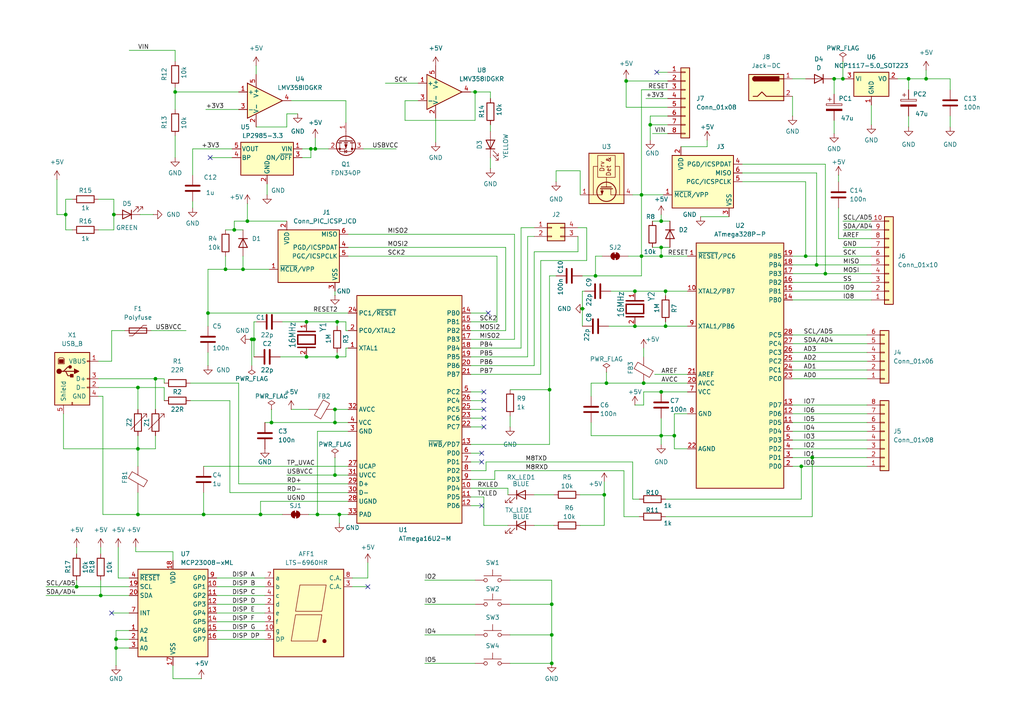
<source format=kicad_sch>
(kicad_sch (version 20231120) (generator "eeschema") (generator_version "8.0")
  (paper "A4")
  (title_block (title "Arduino_uno_remake") (date "2025-05-25"))
  (lib_symbols
    (symbol "Amplifier_Operational:LMV321" (pin_names (offset 0.127))
      (property "Reference" "U" (at 0 5.08 0))
      (property "Value" "LMV321" (at 0 -5.08 0))
      (symbol "LMV321_0_1"
        (pin power_in line (at -2.54 -7.62 90) (length 3.81) (name "V-") (number "2"))
        (pin power_in line (at -2.54 7.62 270) (length 3.81) (name "V+") (number "5"))
      )
      (symbol "LMV321_1_1"
        (pin input line (at -7.62 2.54 0) (length 2.54) (name "+") (number "1"))
        (pin input line (at -7.62 -2.54 0) (length 2.54) (name "-") (number "3"))
        (pin output line (at 7.62 0 180) (length 2.54) (name "~") (number "4"))
      )
    )
    (symbol "Conn_01x08_1" (pin_names (offset 1.016) hide)
      (property "Reference" "J" (at 0 10.16 0))
      (property "Value" "Conn_01x08" (at 0 -12.7 0))
      (symbol "Conn_01x08_1_1_1"
        (pin passive line (at -5.08 7.62 0) (length 3.81) (name "Pin_1") (number "1"))
        (pin passive line (at -5.08 5.08 0) (length 3.81) (name "Pin_2") (number "2"))
        (pin passive line (at -5.08 2.54 0) (length 3.81) (name "Pin_3") (number "3"))
        (pin passive line (at -5.08 0 0) (length 3.81) (name "Pin_4") (number "4"))
        (pin passive line (at -5.08 -2.54 0) (length 3.81) (name "Pin_5") (number "5"))
        (pin passive line (at -5.08 -5.08 0) (length 3.81) (name "Pin_6") (number "6"))
        (pin passive line (at -5.08 -7.62 0) (length 3.81) (name "Pin_7") (number "7"))
        (pin passive line (at -5.08 -10.16 0) (length 3.81) (name "Pin_8") (number "8"))
      )
    )
    (symbol "Conn_PIC_ICSP_ICD_1"
      (property "Reference" "J1" (at -8.89 1.2701 0))
      (property "Value" "Conn_PIC_ICSP_ICD" (at -8.89 -1.2699 0))
      (symbol "Conn_PIC_ICSP_ICD_1_1_1"
        (pin passive line (at -10.16 -3.81 0) (length 2.54) (name "~{MCLR}/VPP") (number "1"))
        (pin passive line (at -5.08 10.16 270) (length 2.54) (name "VDD") (number "2"))
        (pin power_in line (at 8.89 -10.16 90) (length 2.54) (name "VSS") (number "3"))
        (pin bidirectional line (at 12.7 2.54 180) (length 2.54) (name "PGD/ICSPDAT") (number "4"))
        (pin output line (at 12.7 0 180) (length 2.54) (name "PGC/ICSPCLK") (number "5"))
        (pin output line (at 12.7 6.35 180) (length 2.54) (name "MISO") (number "6"))
      )
    )
    (symbol "Conn_PIC_ICSP_ICD_2"
      (property "Reference" "J3" (at 7.62 12.7 0))
      (symbol "Conn_PIC_ICSP_ICD_2_1_1"
        (pin passive line (at -10.16 -3.81 0) (length 2.54) (name "~{MCLR}/VPP") (number "1"))
        (pin passive line (at -5.08 10.16 270) (length 2.54) (name "VDD") (number "2"))
        (pin power_in line (at 8.89 -10.16 90) (length 2.54) (name "VSS") (number "3"))
        (pin bidirectional line (at 12.7 5.08 180) (length 2.54) (name "PGD/ICSPDAT") (number "4"))
        (pin output line (at 12.7 0 180) (length 2.54) (name "PGC/ICSPCLK") (number "5"))
        (pin output line (at 12.7 2.54 180) (length 2.54) (name "MISO") (number "6"))
      )
    )
    (symbol "Connector:Jack-DC" (pin_names (offset 1.016))
      (property "Reference" "J" (at 0 5.334 0))
      (property "Value" "Jack-DC" (at 0 -5.08 0))
      (symbol "Jack-DC_1_1"
        (pin passive line (at 7.62 2.54 180) (length 2.54) (name "~") (number "1"))
        (pin passive line (at 7.62 -2.54 180) (length 2.54) (name "~") (number "2"))
      )
    )
    (symbol "Connector:USB_B" (pin_names (offset 1.016))
      (property "Reference" "X1" (at 0 12.7 0))
      (property "Value" "USB_B" (at 0 10.16 0))
      (symbol "USB_B_1_1"
        (pin power_out line (at 7.62 5.08 180) (length 2.54) (name "VBUS") (number "1"))
        (pin bidirectional line (at 7.62 -2.54 180) (length 2.54) (name "D-") (number "2"))
        (pin bidirectional line (at 7.62 0 180) (length 2.54) (name "D+") (number "3"))
        (pin power_out line (at 7.62 -5.08 180) (length 2.54) (name "GND") (number "4"))
        (pin passive line (at -2.54 -10.16 90) (length 2.54) (name "Shield") (number "5"))
      )
    )
    (symbol "Connector_Generic:Conn_01x06" (pin_names (offset 1.016) hide)
      (property "Reference" "J4" (at 2.54 0.0001 0))
      (property "Value" "Conn_01x06" (at 2.54 -2.5399 0))
      (symbol "Conn_01x06_1_1"
        (pin passive line (at -5.08 -7.62 0) (length 3.81) (name "Pin_1") (number "1"))
        (pin passive line (at -5.08 -5.08 0) (length 3.81) (name "Pin_2") (number "2"))
        (pin passive line (at -5.08 -2.54 0) (length 3.81) (name "Pin_3") (number "3"))
        (pin passive line (at -5.08 0 0) (length 3.81) (name "Pin_4") (number "4"))
        (pin passive line (at -5.08 2.54 0) (length 3.81) (name "Pin_5") (number "5"))
        (pin passive line (at -5.08 5.08 0) (length 3.81) (name "Pin_6") (number "6"))
      )
    )
    (symbol "Connector_Generic:Conn_01x08" (pin_names (offset 1.016) hide)
      (property "Reference" "J5" (at 2.54 0.0001 0))
      (property "Value" "Conn_01x08" (at 2.54 -2.5399 0))
      (symbol "Conn_01x08_1_1"
        (pin passive line (at -5.08 -10.16 0) (length 3.81) (name "Pin_1") (number "1"))
        (pin passive line (at -5.08 -7.62 0) (length 3.81) (name "Pin_2") (number "2"))
        (pin passive line (at -5.08 -5.08 0) (length 3.81) (name "Pin_3") (number "3"))
        (pin passive line (at -5.08 -2.54 0) (length 3.81) (name "Pin_4") (number "4"))
        (pin passive line (at -5.08 0 0) (length 3.81) (name "Pin_5") (number "5"))
        (pin passive line (at -5.08 2.54 0) (length 3.81) (name "Pin_6") (number "6"))
        (pin passive line (at -5.08 5.08 0) (length 3.81) (name "Pin_7") (number "7"))
        (pin passive line (at -5.08 7.62 0) (length 3.81) (name "Pin_8") (number "8"))
      )
    )
    (symbol "Connector_Generic:Conn_01x10" (pin_names (offset 1.016) hide)
      (property "Reference" "J6" (at 2.54 0.0001 0))
      (property "Value" "Conn_01x10" (at 2.54 -2.5399 0))
      (symbol "Conn_01x10_1_1"
        (pin passive line (at -5.08 -12.7 0) (length 3.81) (name "Pin_1") (number "1"))
        (pin passive line (at -5.08 10.16 0) (length 3.81) (name "Pin_10") (number "10"))
        (pin passive line (at -5.08 -10.16 0) (length 3.81) (name "Pin_2") (number "2"))
        (pin passive line (at -5.08 -7.62 0) (length 3.81) (name "Pin_3") (number "3"))
        (pin passive line (at -5.08 -5.08 0) (length 3.81) (name "Pin_4") (number "4"))
        (pin passive line (at -5.08 -2.54 0) (length 3.81) (name "Pin_5") (number "5"))
        (pin passive line (at -5.08 0 0) (length 3.81) (name "Pin_6") (number "6"))
        (pin passive line (at -5.08 2.54 0) (length 3.81) (name "Pin_7") (number "7"))
        (pin passive line (at -5.08 5.08 0) (length 3.81) (name "Pin_8") (number "8"))
        (pin passive line (at -5.08 7.62 0) (length 3.81) (name "Pin_9") (number "9"))
      )
    )
    (symbol "Connector_Generic:Conn_02x02_Counter_Clockwise" (pin_names (offset 1.016) hide)
      (property "Reference" "J" (at 1.27 2.54 0))
      (property "Value" "Conn_02x02_Counter_Clockwise" (at 1.27 -5.08 0))
      (symbol "Conn_02x02_Counter_Clockwise_1_1"
        (pin passive line (at -5.08 0 0) (length 3.81) (name "Pin_1") (number "1"))
        (pin passive line (at -5.08 -2.54 0) (length 3.81) (name "Pin_2") (number "2"))
        (pin passive line (at 7.62 -2.54 180) (length 3.81) (name "Pin_3") (number "3"))
        (pin passive line (at 7.62 0 180) (length 3.81) (name "Pin_4") (number "4"))
      )
    )
    (symbol "Device:C" (pin_numbers hide) (pin_names (offset 0.254))
      (property "Reference" "C" (at 0.635 2.54 0))
      (property "Value" "C" (at 0.635 -2.54 0))
      (symbol "C_1_1"
        (pin passive line (at 0 3.81 270) (length 2.794) (name "~") (number "1"))
        (pin passive line (at 0 -3.81 90) (length 2.794) (name "~") (number "2"))
      )
    )
    (symbol "Device:C_Polarized" (pin_numbers hide) (pin_names (offset 0.254))
      (property "Reference" "C" (at 0.635 2.54 0))
      (property "Value" "C_Polarized" (at 0.635 -2.54 0))
      (symbol "C_Polarized_1_1"
        (pin passive line (at 0 3.81 270) (length 2.794) (name "~") (number "1"))
        (pin passive line (at 0 -3.81 90) (length 2.794) (name "~") (number "2"))
      )
    )
    (symbol "Device:D" (pin_numbers hide) (pin_names (offset 1.016) hide)
      (property "Reference" "D" (at 0 2.54 0))
      (property "Value" "D" (at 0 -2.54 0))
      (symbol "D_1_1"
        (pin passive line (at -3.81 0 0) (length 2.54) (name "K") (number "1"))
        (pin passive line (at 3.81 0 180) (length 2.54) (name "A") (number "2"))
      )
    )
    (symbol "Device:FerriteBead" (pin_numbers hide) (pin_names (offset 0))
      (property "Reference" "FB" (at -3.81 0.635 90))
      (property "Value" "FerriteBead" (at 3.81 0 90))
      (symbol "FerriteBead_1_1"
        (pin passive line (at 0 3.81 270) (length 2.54) (name "~") (number "1"))
        (pin passive line (at 0 -3.81 90) (length 2.54) (name "~") (number "2"))
      )
    )
    (symbol "Device:LED" (pin_numbers hide) (pin_names (offset 1.016) hide)
      (property "Reference" "D" (at 0 2.54 0))
      (property "Value" "LED" (at 0 -2.54 0))
      (symbol "LED_1_1"
        (pin passive line (at -3.81 0 0) (length 2.54) (name "K") (number "1"))
        (pin passive line (at 3.81 0 180) (length 2.54) (name "A") (number "2"))
      )
    )
    (symbol "Device:Polyfuse" (pin_numbers hide) (pin_names (offset 0))
      (property "Reference" "F" (at -2.54 0 90))
      (property "Value" "Polyfuse" (at 2.54 0 90))
      (symbol "Polyfuse_1_1"
        (pin passive line (at 0 3.81 270) (length 1.27) (name "~") (number "1"))
        (pin passive line (at 0 -3.81 90) (length 1.27) (name "~") (number "2"))
      )
    )
    (symbol "Device:R" (pin_numbers hide) (pin_names (offset 0))
      (property "Reference" "R" (at 2.032 0 90))
      (property "Value" "R" (at 0 0 90))
      (symbol "R_1_1"
        (pin passive line (at 0 3.81 270) (length 1.27) (name "~") (number "1"))
        (pin passive line (at 0 -3.81 90) (length 1.27) (name "~") (number "2"))
      )
    )
    (symbol "Device:R_Variable" (pin_numbers hide) (pin_names (offset 0))
      (property "Reference" "R" (at 2.54 -2.54 90))
      (property "Value" "R_Variable" (at -2.54 -1.27 90))
      (symbol "R_Variable_1_1"
        (pin passive line (at 0 3.81 270) (length 1.27) (name "~") (number "1"))
        (pin passive line (at 0 -3.81 90) (length 1.27) (name "~") (number "2"))
      )
    )
    (symbol "Display_Character:LTS-6960HR"
      (property "Reference" "AFF1" (at -0.635 17.145 0))
      (property "Value" "LTS-6960HR" (at -0.635 14.605 0))
      (symbol "LTS-6960HR_1_1"
        (pin passive line (at -12.7 0 0) (length 2.54) (name "e") (number "1"))
        (pin passive line (at -12.7 -5.08 0) (length 2.54) (name "g") (number "10"))
        (pin passive line (at -12.7 2.54 0) (length 2.54) (name "d") (number "2"))
        (pin passive line (at 12.7 7.62 180) (length 2.54) (name "C.A.") (number "3"))
        (pin passive line (at -12.7 5.08 0) (length 2.54) (name "c") (number "4"))
        (pin passive line (at -12.7 -7.62 0) (length 2.54) (name "DP") (number "5"))
        (pin passive line (at -12.7 7.62 0) (length 2.54) (name "b") (number "6"))
        (pin passive line (at -12.7 10.16 0) (length 2.54) (name "a") (number "7"))
        (pin passive line (at 12.7 10.16 180) (length 2.54) (name "C.A.") (number "8"))
        (pin passive line (at -12.7 -2.54 0) (length 2.54) (name "f") (number "9"))
      )
    )
    (symbol "Interface_Expansion:MCP23008-xML"
      (property "Reference" "U" (at -8.89 13.97 0))
      (property "Value" "MCP23008-xML" (at 8.89 13.97 0))
      (symbol "MCP23008-xML_1_1"
        (pin input line (at -12.7 -5.08 0) (length 2.54) (name "A2") (number "1"))
        (pin bidirectional line (at 12.7 7.62 180) (length 2.54) (name "GP1") (number "10"))
        (pin bidirectional line (at 12.7 5.08 180) (length 2.54) (name "GP2") (number "11"))
        (pin bidirectional line (at 12.7 2.54 180) (length 2.54) (name "GP3") (number "12"))
        (pin bidirectional line (at 12.7 0 180) (length 2.54) (name "GP4") (number "13"))
        (pin bidirectional line (at 12.7 -2.54 180) (length 2.54) (name "GP5") (number "14"))
        (pin bidirectional line (at 12.7 -5.08 180) (length 2.54) (name "GP6") (number "15"))
        (pin bidirectional line (at 12.7 -7.62 180) (length 2.54) (name "GP7") (number "16"))
        (pin power_in line (at 0 -15.24 90) (length 2.54) (name "VSS") (number "17"))
        (pin power_in line (at 0 15.24 270) (length 2.54) (name "VDD") (number "18"))
        (pin input line (at -12.7 7.62 0) (length 2.54) (name "SCL") (number "19"))
        (pin input line (at -12.7 -7.62 0) (length 2.54) (name "A1") (number "2"))
        (pin bidirectional line (at -12.7 5.08 0) (length 2.54) (name "SDA") (number "20"))
        (pin input line (at -12.7 -10.16 0) (length 2.54) (name "A0") (number "3"))
        (pin input line (at -12.7 10.16 0) (length 2.54) (name "~{RESET}") (number "4"))
        (pin no_connect line (at -10.16 2.54 0) (length 2.54) hide (name "NC") (number "5"))
        (pin no_connect line (at -10.16 -2.54 0) (length 2.54) hide (name "NC") (number "6"))
        (pin output line (at -12.7 0 0) (length 2.54) (name "INT") (number "7"))
        (pin no_connect line (at 10.16 -10.16 180) (length 2.54) hide (name "NC") (number "8"))
        (pin bidirectional line (at 12.7 10.16 180) (length 2.54) (name "GP0") (number "9"))
      )
    )
    (symbol "Jumper:SolderJumper_2_Bridged" (pin_numbers hide) (pin_names (offset 0) hide) (exclude_from_sim yes) (in_bom no)
      (property "Reference" "JP" (at 0 2.032 0))
      (property "Value" "SolderJumper_2_Bridged" (at 0 -2.54 0))
      (symbol "SolderJumper_2_Bridged_1_1"
        (pin passive line (at -3.81 0 0) (length 2.54) (name "A") (number "1"))
        (pin passive line (at 3.81 0 180) (length 2.54) (name "B") (number "2"))
      )
    )
    (symbol "MCU_Microchip_ATmega:ATmega16U2-M"
      (property "Reference" "U1" (at -3.175 -34.925 0))
      (property "Value" "ATmega16U2-M" (at -3.175 -37.465 0))
      (symbol "ATmega16U2-M_1_1"
        (pin input line (at -17.78 17.78 0) (length 2.54) (name "XTAL1") (number "1"))
        (pin bidirectional line (at 17.78 -22.86 180) (length 2.54) (name "PD4") (number "10"))
        (pin bidirectional line (at 17.78 -25.4 180) (length 2.54) (name "PD5") (number "11"))
        (pin bidirectional line (at 17.78 -27.94 180) (length 2.54) (name "PD6") (number "12"))
        (pin bidirectional line (at 17.78 -10.16 180) (length 2.54) (name "~{HWB}/PD7") (number "13"))
        (pin bidirectional line (at 17.78 27.94 180) (length 2.54) (name "PB0") (number "14"))
        (pin bidirectional line (at 17.78 25.4 180) (length 2.54) (name "PB1") (number "15"))
        (pin bidirectional line (at 17.78 22.86 180) (length 2.54) (name "PB2") (number "16"))
        (pin bidirectional line (at 17.78 20.32 180) (length 2.54) (name "PB3") (number "17"))
        (pin bidirectional line (at 17.78 17.78 180) (length 2.54) (name "PB4") (number "18"))
        (pin bidirectional line (at 17.78 15.24 180) (length 2.54) (name "PB5") (number "19"))
        (pin bidirectional line (at -17.78 22.86 0) (length 2.54) (name "PC0/XTAL2") (number "2"))
        (pin bidirectional line (at 17.78 12.7 180) (length 2.54) (name "PB6") (number "20"))
        (pin bidirectional line (at 17.78 10.16 180) (length 2.54) (name "PB7") (number "21"))
        (pin bidirectional line (at 17.78 -5.08 180) (length 2.54) (name "PC7") (number "22"))
        (pin bidirectional line (at 17.78 -2.54 180) (length 2.54) (name "PC6") (number "23"))
        (pin bidirectional line (at -17.78 27.94 0) (length 2.54) (name "PC1/~{RESET}") (number "24"))
        (pin bidirectional line (at 17.78 0 180) (length 2.54) (name "PC5") (number "25"))
        (pin bidirectional line (at 17.78 2.54 180) (length 2.54) (name "PC4") (number "26"))
        (pin passive line (at -17.78 -16.51 0) (length 2.54) (name "UCAP") (number "27"))
        (pin power_in line (at -17.78 -26.67 0) (length 2.54) (name "UGND") (number "28"))
        (pin bidirectional line (at -17.78 -21.59 0) (length 2.54) (name "D+") (number "29"))
        (pin power_in line (at -17.78 -6.35 0) (length 2.54) (name "GND") (number "3"))
        (pin bidirectional line (at -17.78 -24.13 0) (length 2.54) (name "D-") (number "30"))
        (pin power_in line (at -17.78 -19.05 0) (length 2.54) (name "UVCC") (number "31"))
        (pin power_in line (at -17.78 0 0) (length 2.54) (name "AVCC") (number "32"))
        (pin power_in line (at -17.78 -30.48 0) (length 2.54) (name "PAD") (number "33"))
        (pin power_in line (at -17.78 -3.81 0) (length 2.54) (name "VCC") (number "4"))
        (pin bidirectional line (at 17.78 5.08 180) (length 2.54) (name "PC2") (number "5"))
        (pin bidirectional line (at 17.78 -12.7 180) (length 2.54) (name "PD0") (number "6"))
        (pin bidirectional line (at 17.78 -15.24 180) (length 2.54) (name "PD1") (number "7"))
        (pin bidirectional line (at 17.78 -17.78 180) (length 2.54) (name "PD2") (number "8"))
        (pin bidirectional line (at 17.78 -20.32 180) (length 2.54) (name "PD3") (number "9"))
      )
    )
    (symbol "MCU_Microchip_ATmega:ATmega328P-P"
      (property "Reference" "U2" (at 0 40.64 0))
      (property "Value" "ATmega328P-P" (at 0 38.1 0))
      (symbol "ATmega328P-P_1_1"
        (pin bidirectional line (at -15.24 31.75 0) (length 2.54) (name "~{RESET}/PC6") (number "1"))
        (pin bidirectional line (at -15.24 21.59 0) (length 2.54) (name "XTAL2/PB7") (number "10"))
        (pin bidirectional line (at 15.24 -16.51 180) (length 2.54) (name "PD5") (number "11"))
        (pin bidirectional line (at 15.24 -13.97 180) (length 2.54) (name "PD6") (number "12"))
        (pin bidirectional line (at 15.24 -11.43 180) (length 2.54) (name "PD7") (number "13"))
        (pin bidirectional line (at 15.24 19.05 180) (length 2.54) (name "PB0") (number "14"))
        (pin bidirectional line (at 15.24 21.59 180) (length 2.54) (name "PB1") (number "15"))
        (pin bidirectional line (at 15.24 24.13 180) (length 2.54) (name "PB2") (number "16"))
        (pin bidirectional line (at 15.24 26.67 180) (length 2.54) (name "PB3") (number "17"))
        (pin bidirectional line (at 15.24 29.21 180) (length 2.54) (name "PB4") (number "18"))
        (pin bidirectional line (at 15.24 31.75 180) (length 2.54) (name "PB5") (number "19"))
        (pin bidirectional line (at 15.24 -29.21 180) (length 2.54) (name "PD0") (number "2"))
        (pin power_in line (at -15.24 -5.08 0) (length 2.54) (name "AVCC") (number "20"))
        (pin passive line (at -15.24 -2.54 0) (length 2.54) (name "AREF") (number "21"))
        (pin power_in line (at -15.24 -24.13 0) (length 2.54) (name "AGND") (number "22"))
        (pin bidirectional line (at 15.24 -3.81 180) (length 2.54) (name "PC0") (number "23"))
        (pin bidirectional line (at 15.24 -1.27 180) (length 2.54) (name "PC1") (number "24"))
        (pin bidirectional line (at 15.24 1.27 180) (length 2.54) (name "PC2") (number "25"))
        (pin bidirectional line (at 15.24 3.81 180) (length 2.54) (name "PC3") (number "26"))
        (pin bidirectional line (at 15.24 6.35 180) (length 2.54) (name "PC4") (number "27"))
        (pin bidirectional line (at 15.24 8.89 180) (length 2.54) (name "PC5") (number "28"))
        (pin bidirectional line (at 15.24 -26.67 180) (length 2.54) (name "PD1") (number "3"))
        (pin bidirectional line (at 15.24 -24.13 180) (length 2.54) (name "PD2") (number "4"))
        (pin bidirectional line (at 15.24 -21.59 180) (length 2.54) (name "PD3") (number "5"))
        (pin bidirectional line (at 15.24 -19.05 180) (length 2.54) (name "PD4") (number "6"))
        (pin power_in line (at -15.24 -7.62 0) (length 2.54) (name "VCC") (number "7"))
        (pin power_in line (at -15.24 -13.97 0) (length 2.54) (name "GND") (number "8"))
        (pin bidirectional line (at -15.24 11.43 0) (length 2.54) (name "XTAL1/PB6") (number "9"))
      )
    )
    (symbol "Power_Protection:TVS3300DRV" (pin_names (offset 0) hide)
      (property "Reference" "U" (at 2.54 1.27 0))
      (property "Value" "TVS3300DRV" (at 2.54 -1.27 0))
      (symbol "TVS3300DRV_0_0"
        (text "Det &" (at -8.255 0.635 0) (effects (font (size 1.27 1.27))))
        (text "Drv" (at -8.255 -1.27 0) (effects (font (size 1.27 1.27))))
      )
      (symbol "TVS3300DRV_1_1"
        (pin power_in line (at 0 -7.62 90) (length 2.54) (name "GND") (number "1"))
        (pin passive line (at 0 -7.62 90) (length 2.54) hide (name "GND") (number "2"))
        (pin passive line (at 0 -7.62 90) (length 2.54) hide (name "GND") (number "3"))
        (pin passive line (at 0 7.62 270) (length 2.54) (name "IN") (number "4"))
        (pin passive line (at 0 7.62 270) (length 2.54) hide (name "IN") (number "5"))
        (pin passive line (at 0 7.62 270) (length 2.54) hide (name "IN") (number "6"))
        (pin passive line (at 0 -7.62 90) (length 2.54) hide (name "GND") (number "7"))
      )
    )
    (symbol "Regulator_Linear:LP2985-3.3" (pin_names (offset 0.254))
      (property "Reference" "U5" (at 0 8.89 0))
      (property "Value" "LP2985-3.3" (at 0 6.35 0))
      (symbol "LP2985-3.3_1_1"
        (pin power_in line (at 11.43 2.54 180) (length 2.54) (name "VIN") (number "1"))
        (pin power_in line (at 1.27 -7.62 90) (length 2.54) (name "GND") (number "2"))
        (pin input line (at 11.43 0 180) (length 2.54) (name "ON/~{OFF}") (number "3"))
        (pin input line (at -8.89 0 0) (length 2.54) (name "BP") (number "4"))
        (pin power_out line (at -8.89 2.54 0) (length 2.54) (name "VOUT") (number "5"))
      )
    )
    (symbol "Regulator_Linear:NCP1117-5.0_SOT223"
      (property "Reference" "U" (at -3.81 3.175 0))
      (property "Value" "NCP1117-5.0_SOT223" (at 0 3.175 0))
      (symbol "NCP1117-5.0_SOT223_1_1"
        (pin power_in line (at 0 -7.62 90) (length 2.54) (name "GND") (number "1"))
        (pin power_out line (at 7.62 0 180) (length 2.54) (name "VO") (number "2"))
        (pin power_in line (at -7.62 0 0) (length 2.54) (name "VI") (number "3"))
      )
    )
    (symbol "Switch:SW_Push" (pin_numbers hide) (pin_names (offset 1.016) hide)
      (property "Reference" "SW" (at 1.27 2.54 0))
      (property "Value" "SW_Push" (at 0 -1.524 0))
      (symbol "SW_Push_0_1"
        (pin passive line (at -5.08 0 0) (length 2.54) (name "1") (number "1"))
        (pin passive line (at 5.08 0 180) (length 2.54) (name "2") (number "2"))
      )
    )
    (symbol "Transistor_FET:FDN340P" (pin_names hide)
      (property "Reference" "Q" (at 5.08 1.905 0))
      (property "Value" "FDN340P" (at 5.08 0 0))
      (symbol "FDN340P_1_1"
        (pin input line (at -5.08 0 0) (length 2.54) (name "G") (number "1"))
        (pin passive line (at 2.54 -5.08 90) (length 2.54) (name "S") (number "2"))
        (pin passive line (at 2.54 5.08 270) (length 2.54) (name "D") (number "3"))
      )
    )
    (symbol "UNO-TH_Rev3e-eagle-import:XTAL/S"
      (property "Reference" "Y1" (at -5.08 3.81 0))
      (property "Value" "16MHz" (at -5.08 -5.08 0))
      (symbol "XTAL/S_1_0"
        (pin passive line (at -5.08 0 0) (length 2.54) (name "1") (number "1"))
        (pin passive line (at 5.08 0 180) (length 2.54) (name "2") (number "2"))
      )
    )
    (symbol "power:+5V" (power) (pin_numbers hide) (pin_names (offset 0) hide)
      (property "Value" "+5V" (at 0 3.556 0))
      (symbol "+5V_1_1"
        (pin power_in line (at 0 0 90) (length 0) (name "~") (number "1"))
      )
    )
    (symbol "power:GND" (power) (pin_numbers hide) (pin_names (offset 0) hide)
      (property "Value" "GND" (at 0 -3.81 0))
      (symbol "GND_1_1"
        (pin power_in line (at 0 0 270) (length 0) (name "~") (number "1"))
      )
    )
    (symbol "power:PWR_FLAG" (power) (pin_numbers hide) (pin_names (offset 0) hide)
      (property "Value" "PWR_FLAG" (at 0 3.81 0))
      (symbol "PWR_FLAG_0_0"
        (pin power_out line (at 0 0 90) (length 0) (name "~") (number "1"))
      )
    )
    (symbol "power:VCC" (power) (pin_numbers hide) (pin_names (offset 0) hide)
      (property "Value" "VCC" (at 0 3.556 0))
      (symbol "VCC_1_1"
        (pin power_in line (at 0 0 90) (length 0) (name "~") (number "1"))
      )
    )
    (symbol "power:VDD" (power) (pin_numbers hide) (pin_names (offset 0) hide)
      (property "Value" "VDD" (at 0 3.556 0))
      (symbol "VDD_1_1"
        (pin power_in line (at 0 0 90) (length 0) (name "~") (number "1"))
      )
    )
  )
  (junction (at 168.91 89.535))
  (junction (at 186.69 111.125))
  (junction (at 191.77 113.665))
  (junction (at 193.04 94.615))
  (junction (at 98.425 149.225))
  (junction (at 88.9 103.505))
  (junction (at 232.41 135.255))
  (junction (at 160.02 175.26))
  (junction (at 40.005 149.225))
  (junction (at 78.74 122.555))
  (junction (at 59.055 149.225))
  (junction (at 33.655 187.96))
  (junction (at 97.79 93.345))
  (junction (at 60.325 90.805))
  (junction (at 45.085 109.855))
  (junction (at 175.26 143.51))
  (junction (at 97.155 118.745))
  (junction (at 268.605 22.86))
  (junction (at 73.025 98.425))
  (junction (at 40.005 112.395))
  (junction (at 19.05 62.23))
  (junction (at 97.155 122.555))
  (junction (at 263.525 22.86))
  (junction (at 236.855 76.835))
  (junction (at 73.66 98.425))
  (junction (at 186.055 74.295))
  (junction (at 239.395 79.375))
  (junction (at 29.21 172.72))
  (junction (at 191.77 71.755))
  (junction (at 186.055 56.515))
  (junction (at 33.02 62.23))
  (junction (at 88.9 93.345))
  (junction (at 137.795 26.67))
  (junction (at 159.385 113.03))
  (junction (at 50.8 26.67))
  (junction (at 91.44 43.18))
  (junction (at 22.225 170.18))
  (junction (at 184.15 94.615))
  (junction (at 97.155 137.795))
  (junction (at 40.005 130.175))
  (junction (at 160.02 184.15))
  (junction (at 191.77 64.135))
  (junction (at 191.77 74.295))
  (junction (at 244.475 22.86))
  (junction (at 175.895 111.125))
  (junction (at 160.02 192.405))
  (junction (at 172.72 80.01))
  (junction (at 70.485 78.105))
  (junction (at 75.565 149.225))
  (junction (at 181.61 23.495))
  (junction (at 235.585 132.715))
  (junction (at 92.075 149.225))
  (junction (at 97.79 103.505))
  (junction (at 67.945 66.675))
  (junction (at 188.595 36.195))
  (junction (at 71.755 64.135))
  (junction (at 193.04 84.455))
  (junction (at 90.17 43.18))
  (junction (at 184.15 84.455))
  (junction (at 33.655 185.42))
  (junction (at 195.58 126.365))
  (junction (at 65.405 78.105))
  (junction (at 233.68 74.295))
  (junction (at 191.77 126.365))
  (junction (at 241.935 22.86))
  (no_connect (at 139.7 133.985))
  (no_connect (at 140.335 116.205))
  (no_connect (at 140.335 123.825))
  (no_connect (at 32.385 177.8))
  (no_connect (at 140.335 113.665))
  (no_connect (at 141.605 90.805))
  (no_connect (at 139.7 131.445))
  (no_connect (at 60.96 45.72))
  (no_connect (at 140.335 121.285))
  (no_connect (at 106.68 170.18))
  (no_connect (at 190.5 20.955))
  (no_connect (at 140.335 118.745))
  (no_connect (at 139.7 146.685))
  (wire (pts (xy 189.865 108.585) (xy 199.39 108.585)))
  (wire (pts (xy 136.525 146.685) (xy 139.7 146.685)))
  (wire (pts (xy 91.44 40.005) (xy 91.44 43.18)))
  (wire (pts (xy 83.185 64.135) (xy 71.755 64.135)))
  (wire (pts (xy 156.845 108.585) (xy 136.525 108.585)))
  (wire (pts (xy 244.475 71.755) (xy 252.73 71.755)))
  (wire (pts (xy 50.8 17.78) (xy 50.8 14.605)))
  (wire (pts (xy 233.68 74.295) (xy 252.73 74.295)))
  (wire (pts (xy 136.525 121.285) (xy 140.335 121.285)))
  (wire (pts (xy 229.87 99.695) (xy 251.46 99.695)))
  (wire (pts (xy 22.225 158.75) (xy 22.225 160.655)))
  (wire (pts (xy 73.66 93.345) (xy 74.295 93.345)))
  (wire (pts (xy 160.02 184.15) (xy 160.02 192.405)))
  (wire (pts (xy 233.68 74.295) (xy 233.68 52.705)))
  (wire (pts (xy 168.275 49.53) (xy 161.29 49.53)))
  (wire (pts (xy 193.675 26.035) (xy 186.055 26.035)))
  (wire (pts (xy 195.58 120.015) (xy 195.58 126.365)))
  (wire (pts (xy 142.24 26.67) (xy 142.24 28.575)))
  (wire (pts (xy 97.155 137.795) (xy 100.965 137.795)))
  (wire (pts (xy 229.87 132.715) (xy 235.585 132.715)))
  (wire (pts (xy 172.72 80.01) (xy 186.055 80.01)))
  (wire (pts (xy 62.865 175.26) (xy 76.835 175.26)))
  (wire (pts (xy 97.155 132.715) (xy 97.155 137.795)))
  (wire (pts (xy 71.755 64.135) (xy 71.755 59.055)))
  (wire (pts (xy 55.245 111.125) (xy 69.215 111.125)))
  (wire (pts (xy 71.755 64.135) (xy 67.945 64.135)))
  (wire (pts (xy 136.525 113.665) (xy 140.335 113.665)))
  (wire (pts (xy 168.275 152.4) (xy 175.26 152.4)))
  (wire (pts (xy 181.61 31.115) (xy 181.61 23.495)))
  (wire (pts (xy 193.04 94.615) (xy 199.39 94.615)))
  (wire (pts (xy 174.625 74.295) (xy 172.72 74.295)))
  (wire (pts (xy 149.225 98.425) (xy 149.225 67.945)))
  (wire (pts (xy 236.855 76.835) (xy 252.73 76.835)))
  (wire (pts (xy 188.595 40.64) (xy 188.595 36.195)))
  (wire (pts (xy 171.45 122.555) (xy 171.45 126.365)))
  (wire (pts (xy 97.79 93.345) (xy 97.79 94.615)))
  (wire (pts (xy 33.655 185.42) (xy 37.465 185.42)))
  (wire (pts (xy 181.61 23.495) (xy 181.61 22.86)))
  (wire (pts (xy 177.165 84.455) (xy 184.15 84.455)))
  (wire (pts (xy 191.77 126.365) (xy 191.77 128.905)))
  (wire (pts (xy 59.69 31.75) (xy 69.215 31.75)))
  (wire (pts (xy 263.525 22.86) (xy 268.605 22.86)))
  (wire (pts (xy 75.565 145.415) (xy 75.565 149.225)))
  (wire (pts (xy 168.91 89.535) (xy 168.91 94.615)))
  (wire (pts (xy 65.405 74.295) (xy 65.405 78.105)))
  (wire (pts (xy 154.94 106.045) (xy 136.525 106.045)))
  (wire (pts (xy 189.23 38.735) (xy 193.675 38.735)))
  (wire (pts (xy 136.525 136.525) (xy 140.97 136.525)))
  (wire (pts (xy 193.04 84.455) (xy 193.04 85.725)))
  (wire (pts (xy 70.485 74.295) (xy 70.485 78.105)))
  (wire (pts (xy 81.915 93.345) (xy 88.9 93.345)))
  (wire (pts (xy 100.965 74.295) (xy 144.145 74.295)))
  (wire (pts (xy 40.005 112.395) (xy 47.625 112.395)))
  (wire (pts (xy 186.055 74.295) (xy 186.055 56.515)))
  (wire (pts (xy 37.465 14.605) (xy 50.8 14.605)))
  (wire (pts (xy 183.515 56.515) (xy 186.055 56.515)))
  (wire (pts (xy 92.075 149.225) (xy 98.425 149.225)))
  (wire (pts (xy 167.64 68.58) (xy 167.64 73.025)))
  (wire (pts (xy 275.59 22.86) (xy 275.59 26.035)))
  (wire (pts (xy 16.51 62.23) (xy 19.05 62.23)))
  (wire (pts (xy 40.005 149.225) (xy 40.005 142.875)))
  (wire (pts (xy 123.19 184.15) (xy 137.795 184.15)))
  (wire (pts (xy 136.525 123.825) (xy 140.335 123.825)))
  (wire (pts (xy 232.41 135.255) (xy 229.87 135.255)))
  (wire (pts (xy 147.955 113.03) (xy 159.385 113.03)))
  (wire (pts (xy 239.395 79.375) (xy 239.395 47.625)))
  (wire (pts (xy 100.965 145.415) (xy 75.565 145.415)))
  (wire (pts (xy 45.085 126.365) (xy 45.085 130.175)))
  (wire (pts (xy 137.795 34.925) (xy 137.795 26.67)))
  (wire (pts (xy 195.58 130.175) (xy 195.58 126.365)))
  (wire (pts (xy 62.865 182.88) (xy 76.835 182.88)))
  (wire (pts (xy 29.845 149.225) (xy 40.005 149.225)))
  (wire (pts (xy 190.5 20.955) (xy 193.675 20.955)))
  (wire (pts (xy 183.515 144.78) (xy 185.42 144.78)))
  (wire (pts (xy 66.675 142.875) (xy 66.675 116.205)))
  (wire (pts (xy 183.515 133.985) (xy 183.515 144.78)))
  (wire (pts (xy 241.935 34.925) (xy 241.935 38.735)))
  (wire (pts (xy 22.225 168.275) (xy 22.225 170.18)))
  (wire (pts (xy 100.33 100.965) (xy 100.965 100.965)))
  (wire (pts (xy 39.37 160.02) (xy 50.165 160.02)))
  (wire (pts (xy 167.64 66.04) (xy 170.18 66.04)))
  (wire (pts (xy 193.675 31.115) (xy 181.61 31.115)))
  (wire (pts (xy 229.87 97.155) (xy 251.46 97.155)))
  (wire (pts (xy 97.155 118.745) (xy 100.965 118.745)))
  (wire (pts (xy 239.395 79.375) (xy 229.87 79.375)))
  (wire (pts (xy 29.21 168.275) (xy 29.21 172.72)))
  (wire (pts (xy 87.63 43.18) (xy 90.17 43.18)))
  (wire (pts (xy 98.425 149.225) (xy 100.965 149.225)))
  (wire (pts (xy 168.275 56.515) (xy 168.275 49.53)))
  (wire (pts (xy 136.525 128.905) (xy 159.385 128.905)))
  (wire (pts (xy 106.68 163.195) (xy 106.68 167.64)))
  (wire (pts (xy 193.04 94.615) (xy 184.15 94.615)))
  (wire (pts (xy 123.19 175.26) (xy 137.795 175.26)))
  (wire (pts (xy 62.865 185.42) (xy 76.835 185.42)))
  (wire (pts (xy 191.77 71.755) (xy 191.77 74.295)))
  (wire (pts (xy 229.87 122.555) (xy 251.46 122.555)))
  (wire (pts (xy 136.525 95.885) (xy 146.685 95.885)))
  (wire (pts (xy 171.45 111.125) (xy 171.45 114.935)))
  (wire (pts (xy 241.935 22.86) (xy 241.935 27.305)))
  (wire (pts (xy 229.87 130.175) (xy 251.46 130.175)))
  (wire (pts (xy 28.575 114.935) (xy 29.845 114.935)))
  (wire (pts (xy 50.8 26.67) (xy 69.215 26.67)))
  (wire (pts (xy 199.39 130.175) (xy 195.58 130.175)))
  (wire (pts (xy 229.87 74.295) (xy 233.68 74.295)))
  (wire (pts (xy 154.94 143.51) (xy 160.655 143.51)))
  (wire (pts (xy 40.005 149.225) (xy 59.055 149.225)))
  (wire (pts (xy 184.15 84.455) (xy 193.04 84.455)))
  (wire (pts (xy 195.58 126.365) (xy 191.77 126.365)))
  (wire (pts (xy 147.32 143.51) (xy 147.32 141.605)))
  (wire (pts (xy 45.085 109.855) (xy 47.625 109.855)))
  (wire (pts (xy 136.525 131.445) (xy 139.7 131.445)))
  (wire (pts (xy 19.05 66.675) (xy 20.955 66.675)))
  (wire (pts (xy 19.05 62.23) (xy 19.05 57.785)))
  (wire (pts (xy 229.87 22.86) (xy 233.68 22.86)))
  (wire (pts (xy 28.575 57.785) (xy 33.02 57.785)))
  (wire (pts (xy 168.91 84.455) (xy 168.91 89.535)))
  (wire (pts (xy 189.23 71.755) (xy 191.77 71.755)))
  (wire (pts (xy 100.33 93.345) (xy 100.33 95.885)))
  (wire (pts (xy 78.74 118.745) (xy 78.74 122.555)))
  (wire (pts (xy 229.87 109.855) (xy 251.46 109.855)))
  (wire (pts (xy 97.155 118.745) (xy 97.155 122.555)))
  (wire (pts (xy 170.18 66.04) (xy 170.18 75.565)))
  (wire (pts (xy 100.965 142.875) (xy 66.675 142.875)))
  (wire (pts (xy 229.87 102.235) (xy 251.46 102.235)))
  (wire (pts (xy 123.19 192.405) (xy 137.795 192.405)))
  (wire (pts (xy 105.41 43.18) (xy 114.935 43.18)))
  (wire (pts (xy 191.77 62.23) (xy 191.77 64.135)))
  (wire (pts (xy 50.165 196.85) (xy 58.42 196.85)))
  (wire (pts (xy 136.525 93.345) (xy 144.145 93.345)))
  (wire (pts (xy 100.33 95.885) (xy 100.965 95.885)))
  (wire (pts (xy 175.26 143.51) (xy 168.275 143.51)))
  (wire (pts (xy 47.625 109.855) (xy 47.625 111.125)))
  (wire (pts (xy 62.865 170.18) (xy 76.835 170.18)))
  (wire (pts (xy 39.37 158.75) (xy 39.37 160.02)))
  (wire (pts (xy 175.26 152.4) (xy 175.26 143.51)))
  (wire (pts (xy 33.02 66.675) (xy 33.02 62.23)))
  (wire (pts (xy 199.39 74.295) (xy 191.77 74.295)))
  (wire (pts (xy 117.475 29.21) (xy 117.475 34.925)))
  (wire (pts (xy 29.21 158.75) (xy 29.21 160.655)))
  (wire (pts (xy 263.525 33.655) (xy 263.525 36.83)))
  (wire (pts (xy 170.18 75.565) (xy 156.845 75.565)))
  (wire (pts (xy 236.855 50.165) (xy 236.855 76.835)))
  (wire (pts (xy 33.02 57.785) (xy 33.02 62.23)))
  (wire (pts (xy 191.77 113.665) (xy 199.39 113.665)))
  (wire (pts (xy 100.33 29.21) (xy 100.33 35.56)))
  (wire (pts (xy 13.335 170.18) (xy 22.225 170.18)))
  (wire (pts (xy 229.87 81.915) (xy 252.73 81.915)))
  (wire (pts (xy 55.88 43.18) (xy 55.88 50.8)))
  (wire (pts (xy 239.395 79.375) (xy 252.73 79.375)))
  (wire (pts (xy 32.385 104.775) (xy 32.385 95.885)))
  (wire (pts (xy 28.575 66.675) (xy 33.02 66.675)))
  (wire (pts (xy 235.585 132.715) (xy 251.46 132.715)))
  (wire (pts (xy 154.94 152.4) (xy 160.655 152.4)))
  (wire (pts (xy 70.485 78.105) (xy 78.105 78.105)))
  (wire (pts (xy 149.225 67.945) (xy 100.965 67.945)))
  (wire (pts (xy 171.45 126.365) (xy 191.77 126.365)))
  (wire (pts (xy 241.935 22.86) (xy 244.475 22.86)))
  (wire (pts (xy 244.475 17.78) (xy 244.475 22.86)))
  (wire (pts (xy 34.29 158.75) (xy 34.29 167.64)))
  (wire (pts (xy 98.425 149.225) (xy 98.425 151.765)))
  (wire (pts (xy 100.33 103.505) (xy 97.79 103.505)))
  (wire (pts (xy 83.185 36.83) (xy 83.185 33.02)))
  (wire (pts (xy 229.87 120.015) (xy 251.46 120.015)))
  (wire (pts (xy 97.79 93.345) (xy 100.33 93.345)))
  (wire (pts (xy 59.055 149.225) (xy 75.565 149.225)))
  (wire (pts (xy 16.51 52.07) (xy 16.51 62.23)))
  (wire (pts (xy 117.475 34.925) (xy 137.795 34.925)))
  (wire (pts (xy 136.525 90.805) (xy 141.605 90.805)))
  (wire (pts (xy 147.955 192.405) (xy 160.02 192.405)))
  (wire (pts (xy 40.005 112.395) (xy 40.005 118.745)))
  (wire (pts (xy 60.325 90.805) (xy 100.965 90.805)))
  (wire (pts (xy 147.955 120.65) (xy 147.955 123.825)))
  (wire (pts (xy 83.185 33.02) (xy 86.36 33.02)))
  (wire (pts (xy 229.87 107.315) (xy 251.46 107.315)))
  (wire (pts (xy 229.87 86.995) (xy 252.73 86.995)))
  (wire (pts (xy 33.655 182.88) (xy 33.655 185.42)))
  (wire (pts (xy 67.945 66.675) (xy 70.485 66.675)))
  (wire (pts (xy 140.335 144.145) (xy 136.525 144.145)))
  (wire (pts (xy 62.865 177.8) (xy 76.835 177.8)))
  (wire (pts (xy 243.205 60.325) (xy 243.205 69.215)))
  (wire (pts (xy 28.575 109.855) (xy 45.085 109.855)))
  (wire (pts (xy 28.575 104.775) (xy 32.385 104.775)))
  (wire (pts (xy 191.77 71.755) (xy 194.31 71.755)))
  (wire (pts (xy 37.465 182.88) (xy 33.655 182.88)))
  (wire (pts (xy 78.74 122.555) (xy 97.155 122.555)))
  (wire (pts (xy 60.325 102.235) (xy 60.325 106.045)))
  (wire (pts (xy 186.69 111.125) (xy 199.39 111.125)))
  (wire (pts (xy 229.87 127.635) (xy 251.46 127.635)))
  (wire (pts (xy 136.525 141.605) (xy 147.32 141.605)))
  (wire (pts (xy 77.47 53.34) (xy 77.47 56.515)))
  (wire (pts (xy 176.53 94.615) (xy 184.15 94.615)))
  (wire (pts (xy 136.525 116.205) (xy 140.335 116.205)))
  (wire (pts (xy 235.585 149.86) (xy 235.585 132.715)))
  (wire (pts (xy 33.655 185.42) (xy 33.655 187.96)))
  (wire (pts (xy 73.66 93.345) (xy 73.66 98.425)))
  (wire (pts (xy 140.335 152.4) (xy 140.335 144.145)))
  (wire (pts (xy 136.525 98.425) (xy 149.225 98.425)))
  (wire (pts (xy 60.325 90.805) (xy 60.325 94.615)))
  (wire (pts (xy 76.835 122.555) (xy 78.74 122.555)))
  (wire (pts (xy 229.87 117.475) (xy 251.46 117.475)))
  (wire (pts (xy 65.405 66.675) (xy 67.945 66.675)))
  (wire (pts (xy 50.165 193.04) (xy 50.165 196.85)))
  (wire (pts (xy 188.595 36.195) (xy 188.595 33.655)))
  (wire (pts (xy 62.865 167.64) (xy 76.835 167.64)))
  (wire (pts (xy 144.145 93.345) (xy 144.145 74.295)))
  (wire (pts (xy 199.39 120.015) (xy 195.58 120.015)))
  (wire (pts (xy 268.605 22.86) (xy 275.59 22.86)))
  (wire (pts (xy 123.19 168.275) (xy 137.795 168.275)))
  (wire (pts (xy 191.77 113.665) (xy 186.69 113.665)))
  (wire (pts (xy 45.085 109.855) (xy 45.085 118.745)))
  (wire (pts (xy 136.525 139.065) (xy 143.51 139.065)))
  (wire (pts (xy 187.325 28.575) (xy 193.675 28.575)))
  (wire (pts (xy 159.385 113.03) (xy 159.385 128.905)))
  (wire (pts (xy 160.02 175.26) (xy 160.02 184.15)))
  (wire (pts (xy 18.415 130.175) (xy 40.005 130.175)))
  (wire (pts (xy 159.385 80.01) (xy 161.29 80.01)))
  (wire (pts (xy 32.385 177.8) (xy 37.465 177.8)))
  (wire (pts (xy 232.41 135.255) (xy 232.41 144.78)))
  (wire (pts (xy 59.055 142.875) (xy 59.055 149.225)))
  (wire (pts (xy 126.365 34.29) (xy 126.365 41.275)))
  (wire (pts (xy 50.8 25.4) (xy 50.8 26.67)))
  (wire (pts (xy 142.24 45.72) (xy 142.24 48.895)))
  (wire (pts (xy 102.235 170.18) (xy 106.68 170.18)))
  (wire (pts (xy 232.41 144.78) (xy 193.04 144.78)))
  (wire (pts (xy 189.23 64.135) (xy 191.77 64.135)))
  (wire (pts (xy 147.955 168.275) (xy 160.02 168.275)))
  (wire (pts (xy 32.385 95.885) (xy 36.195 95.885)))
  (wire (pts (xy 22.225 170.18) (xy 37.465 170.18)))
  (wire (pts (xy 90.17 43.18) (xy 91.44 43.18)))
  (wire (pts (xy 244.475 66.675) (xy 252.73 66.675)))
  (wire (pts (xy 73.025 98.425) (xy 73.66 98.425)))
  (wire (pts (xy 188.595 36.195) (xy 193.675 36.195)))
  (wire (pts (xy 154.94 66.04) (xy 151.13 66.04)))
  (wire (pts (xy 229.87 104.775) (xy 251.46 104.775)))
  (wire (pts (xy 19.05 62.23) (xy 19.05 66.675)))
  (wire (pts (xy 40.005 130.175) (xy 40.005 126.365)))
  (wire (pts (xy 88.9 93.345) (xy 97.79 93.345)))
  (wire (pts (xy 161.29 49.53) (xy 161.29 52.705)))
  (wire (pts (xy 97.155 84.455) (xy 97.155 85.725)))
  (wire (pts (xy 193.04 149.86) (xy 235.585 149.86)))
  (wire (pts (xy 175.26 139.7) (xy 175.26 143.51)))
  (wire (pts (xy 29.21 172.72) (xy 13.335 172.72)))
  (wire (pts (xy 34.29 167.64) (xy 37.465 167.64)))
  (wire (pts (xy 151.13 100.965) (xy 136.525 100.965)))
  (wire (pts (xy 100.33 29.21) (xy 84.455 29.21)))
  (wire (pts (xy 74.295 19.05) (xy 74.295 21.59)))
  (wire (pts (xy 193.04 84.455) (xy 199.39 84.455)))
  (wire (pts (xy 121.285 29.21) (xy 117.475 29.21)))
  (wire (pts (xy 137.795 26.67) (xy 136.525 26.67)))
  (wire (pts (xy 97.79 102.235) (xy 97.79 103.505)))
  (wire (pts (xy 60.96 45.72) (xy 67.31 45.72)))
  (wire (pts (xy 83.185 137.795) (xy 97.155 137.795)))
  (wire (pts (xy 136.525 118.745) (xy 140.335 118.745)))
  (wire (pts (xy 171.45 111.125) (xy 175.895 111.125)))
  (wire (pts (xy 45.085 130.175) (xy 40.005 130.175)))
  (wire (pts (xy 62.865 180.34) (xy 76.835 180.34)))
  (wire (pts (xy 215.265 47.625) (xy 239.395 47.625)))
  (wire (pts (xy 215.265 50.165) (xy 236.855 50.165)))
  (wire (pts (xy 72.39 98.425) (xy 73.025 98.425)))
  (wire (pts (xy 153.035 103.505) (xy 136.525 103.505)))
  (wire (pts (xy 263.525 22.86) (xy 263.525 26.035)))
  (wire (pts (xy 111.76 24.13) (xy 121.285 24.13)))
  (wire (pts (xy 84.455 118.745) (xy 89.535 118.745)))
  (wire (pts (xy 73.025 98.425) (xy 73.025 106.045)))
  (wire (pts (xy 191.77 64.135) (xy 194.31 64.135)))
  (wire (pts (xy 143.51 136.525) (xy 180.975 136.525)))
  (wire (pts (xy 33.655 187.96) (xy 37.465 187.96)))
  (wire (pts (xy 60.325 78.105) (xy 65.405 78.105)))
  (wire (pts (xy 67.945 64.135) (xy 67.945 66.675)))
  (wire (pts (xy 168.91 80.01) (xy 172.72 80.01)))
  (wire (pts (xy 50.8 26.67) (xy 50.8 31.75)))
  (wire (pts (xy 33.655 187.96) (xy 33.655 193.04)))
  (wire (pts (xy 50.8 39.37) (xy 50.8 45.72)))
  (wire (pts (xy 243.205 50.8) (xy 243.205 52.705)))
  (wire (pts (xy 66.675 116.205) (xy 55.245 116.205)))
  (wire (pts (xy 156.845 75.565) (xy 156.845 108.585)))
  (wire (pts (xy 60.325 90.805) (xy 60.325 78.105)))
  (wire (pts (xy 275.59 33.655) (xy 275.59 36.83)))
  (wire (pts (xy 181.61 23.495) (xy 193.675 23.495)))
  (wire (pts (xy 140.97 136.525) (xy 140.97 133.985)))
  (wire (pts (xy 244.475 64.135) (xy 252.73 64.135)))
  (wire (pts (xy 159.385 80.01) (xy 159.385 113.03)))
  (wire (pts (xy 136.525 133.985) (xy 139.7 133.985)))
  (wire (pts (xy 168.91 84.455) (xy 169.545 84.455)))
  (wire (pts (xy 233.68 52.705) (xy 215.265 52.705)))
  (wire (pts (xy 175.895 107.95) (xy 175.895 111.125)))
  (wire (pts (xy 186.055 26.035) (xy 186.055 56.515)))
  (wire (pts (xy 92.075 125.095) (xy 92.075 149.225)))
  (wire (pts (xy 172.72 74.295) (xy 172.72 80.01)))
  (wire (pts (xy 191.77 121.285) (xy 191.77 126.365)))
  (wire (pts (xy 205.105 42.545) (xy 205.105 40.64)))
  (wire (pts (xy 73.66 98.425) (xy 73.66 103.505)))
  (wire (pts (xy 229.87 84.455) (xy 252.73 84.455)))
  (wire (pts (xy 55.88 58.42) (xy 55.88 60.325)))
  (wire (pts (xy 154.94 73.025) (xy 154.94 106.045)))
  (wire (pts (xy 147.955 184.15) (xy 160.02 184.15)))
  (wire (pts (xy 147.955 175.26) (xy 160.02 175.26)))
  (wire (pts (xy 186.69 113.665) (xy 186.69 117.475)))
  (wire (pts (xy 160.02 168.275) (xy 160.02 175.26)))
  (wire (pts (xy 146.685 71.755) (xy 100.965 71.755)))
  (wire (pts (xy 180.975 136.525) (xy 180.975 149.86)))
  (wire (pts (xy 50.165 160.02) (xy 50.165 162.56)))
  (wire (pts (xy 182.245 74.295) (xy 186.055 74.295)))
  (wire (pts (xy 186.055 56.515) (xy 192.405 56.515)))
  (wire (pts (xy 106.68 167.64) (xy 102.235 167.64)))
  (wire (pts (xy 154.94 68.58) (xy 153.035 68.58)))
  (wire (pts (xy 153.035 68.58) (xy 153.035 103.505)))
  (wire (pts (xy 74.295 36.83) (xy 83.185 36.83)))
  (wire (pts (xy 236.855 76.835) (xy 229.87 76.835)))
  (wire (pts (xy 69.215 140.335) (xy 100.965 140.335)))
  (wire (pts (xy 186.69 100.965) (xy 186.69 103.505)))
  (wire (pts (xy 268.605 20.32) (xy 268.605 22.86)))
  (wire (pts (xy 69.215 111.125) (xy 69.215 140.335)))
  (wire (pts (xy 87.63 45.72) (xy 90.17 45.72)))
  (wire (pts (xy 146.685 95.885) (xy 146.685 71.755)))
  (wire (pts (xy 186.69 117.475) (xy 184.15 117.475)))
  (wire (pts (xy 140.97 133.985) (xy 183.515 133.985)))
  (wire (pts (xy 167.64 73.025) (xy 154.94 73.025)))
  (wire (pts (xy 229.87 27.94) (xy 229.87 33.655)))
  (wire (pts (xy 43.815 95.885) (xy 53.975 95.885)))
  (wire (pts (xy 241.3 22.86) (xy 241.935 22.86)))
  (wire (pts (xy 62.865 172.72) (xy 76.835 172.72)))
  (wire (pts (xy 81.28 103.505) (xy 88.9 103.505)))
  (wire (pts (xy 91.44 43.18) (xy 95.25 43.18)))
  (wire (pts (xy 142.24 36.195) (xy 142.24 38.1)))
  (wire (pts (xy 90.17 45.72) (xy 90.17 43.18)))
  (wire (pts (xy 40.005 130.175) (xy 40.005 135.255)))
  (wire (pts (xy 186.055 80.01) (xy 186.055 74.295)))
  (wire (pts (xy 252.73 30.48) (xy 252.73 36.195)))
  (wire (pts (xy 18.415 120.015) (xy 18.415 130.175)))
  (wire (pts (xy 243.205 69.215) (xy 252.73 69.215)))
  (wire (pts (xy 19.05 57.785) (xy 20.955 57.785)))
  (wire (pts (xy 168.91 89.535) (xy 169.545 89.535)))
  (wire (pts (xy 59.055 135.255) (xy 100.965 135.255)))
  (wire (pts (xy 28.575 112.395) (xy 40.005 112.395)))
  (wire (pts (xy 260.35 22.86) (xy 263.525 22.86)))
  (wire (pts (xy 142.24 26.67) (xy 137.795 26.67)))
  (wire (pts (xy 100.965 125.095) (xy 92.075 125.095)))
  (wire (pts (xy 100.965 122.555) (xy 97.155 122.555)))
  (wire (pts (xy 188.595 33.655) (xy 193.675 33.655)))
  (wire (pts (xy 29.845 114.935) (xy 29.845 149.225)))
  (wire (pts (xy 244.475 22.86) (xy 245.11 22.86)))
  (wire (pts (xy 191.77 74.295) (xy 186.055 74.295)))
  (wire (pts (xy 40.64 62.23) (xy 44.45 62.23)))
  (wire (pts (xy 143.51 139.065) (xy 143.51 136.525)))
  (wire (pts (xy 97.79 103.505) (xy 88.9 103.505)))
  (wire (pts (xy 75.565 149.225) (xy 81.915 149.225)))
  (wire (pts (xy 180.975 149.86) (xy 185.42 149.86)))
  (wire (pts (xy 229.87 125.095) (xy 251.46 125.095)))
  (wire (pts (xy 203.2 62.865) (xy 211.455 62.865)))
  (wire (pts (xy 55.88 43.18) (xy 67.31 43.18)))
  (wire (pts (xy 100.33 100.965) (xy 100.33 103.505)))
  (wire (pts (xy 37.465 172.72) (xy 29.21 172.72)))
  (wire (pts (xy 140.335 152.4) (xy 147.32 152.4)))
  (wire (pts (xy 47.625 112.395) (xy 47.625 116.205)))
  (wire (pts (xy 89.535 149.225) (xy 92.075 149.225)))
  (wire (pts (xy 197.485 42.545) (xy 205.105 42.545)))
  (wire (pts (xy 193.04 93.345) (xy 193.04 94.615)))
  (wire (pts (xy 65.405 78.105) (xy 70.485 78.105)))
  (wire (pts (xy 232.41 135.255) (xy 251.46 135.255)))
  (wire (pts (xy 175.895 111.125) (xy 186.69 111.125)))
  (wire (pts (xy 151.13 66.04) (xy 151.13 100.965)))
  (label "USBVCC" (at 107.95 43.18 0))
  (label "AD2" (at 233.045 104.775 0))
  (label "MOSI" (at 244.475 79.375 0))
  (label "USBVCC" (at 83.185 137.795 0))
  (label "AD1" (at 233.045 107.315 0))
  (label "MISO" (at 244.475 76.835 0))
  (label "SS" (at 244.475 81.915 0))
  (label "AVCC" (at 191.77 111.125 0))
  (label "SCL{slash}AD5" (at 13.335 170.18 0))
  (label "SCK" (at 244.475 74.295 0))
  (label "IO9" (at 244.475 84.455 0))
  (label "VIN" (at 189.865 38.735 0))
  (label "IO2" (at 233.045 130.175 0))
  (label "DISP E" (at 67.31 177.8 0))
  (label "DISP B" (at 67.31 170.18 0))
  (label "DISP F" (at 67.31 180.34 0))
  (label "PB4" (at 139.065 100.965 0))
  (label "IO4" (at 123.19 184.15 0))
  (label "MISO2" (at 112.395 67.945 0))
  (label "RXLED" (at 138.43 141.605 0))
  (label "DISP DP" (at 67.31 185.42 0))
  (label "DISP G" (at 67.31 182.88 0))
  (label "RESET" (at 193.675 74.295 0))
  (label "SCK2" (at 112.395 74.295 0))
  (label "IO4" (at 233.045 125.095 0))
  (label "+3V3" (at 58.42 43.18 0))
  (label "PB7" (at 139.065 108.585 0))
  (label "+3V3" (at 59.69 31.75 0))
  (label "IO7" (at 233.045 117.475 0))
  (label "RESET" (at 187.96 26.035 0))
  (label "DISP D" (at 67.31 175.26 0))
  (label "+3V3" (at 187.325 28.575 0))
  (label "SCL{slash}AD5" (at 233.045 97.155 0))
  (label "MOSI2" (at 139.065 95.885 0))
  (label "M8TXD" (at 152.4 133.985 0))
  (label "IO1" (at 233.045 132.715 0))
  (label "PB5" (at 139.065 103.505 0))
  (label "PB6" (at 139.065 106.045 0))
  (label "TP_UVAC" (at 83.185 135.255 0))
  (label "IO6" (at 233.045 120.015 0))
  (label "IO2" (at 123.19 168.275 0))
  (label "IO8" (at 244.475 86.995 0))
  (label "VIN" (at 40.005 14.605 0))
  (label "MISO2" (at 139.065 98.425 0))
  (label "IO3" (at 233.045 127.635 0))
  (label "AD0" (at 233.045 109.855 0))
  (label "DISP C" (at 67.31 172.72 0))
  (label "SCK2" (at 139.065 93.345 0))
  (label "RD+" (at 83.185 140.335 0))
  (label "GND" (at 244.475 71.755 0))
  (label "AREF" (at 244.475 69.215 0))
  (label "M8RXD" (at 152.4 136.525 0))
  (label "RESET2" (at 90.805 90.805 0))
  (label "RD-" (at 83.185 142.875 0))
  (label "UGND" (at 83.185 145.415 0))
  (label "IO0" (at 233.045 135.255 0))
  (label "SCL{slash}AD5" (at 244.475 64.135 0))
  (label "SDA{slash}AD4" (at 13.335 172.72 0))
  (label "IO5" (at 123.19 192.405 0))
  (label "SDA{slash}AD4" (at 244.475 66.675 0))
  (label "MOSI2" (at 112.395 71.755 0))
  (label "SCK" (at 114.3 24.13 0))
  (label "DISP A" (at 67.31 167.64 0))
  (label "IO3" (at 123.19 175.26 0))
  (label "AD3" (at 233.045 102.235 0))
  (label "TXLED" (at 138.43 144.145 0))
  (label "IO5" (at 233.045 122.555 0))
  (label "SDA{slash}AD4" (at 233.045 99.695 0))
  (label "USBVCC" (at 45.085 95.885 0))
  (label "AREF" (at 191.77 108.585 0))
  (symbol (lib_id "Device:C") (at 77.47 103.505 90) (unit 1)
    (property "Reference" "C2" (at 77.47 99.695 90))
    (property "Value" "22p" (at 77.47 107.315 90))
    (property "Footprint" "Capacitor_SMD:C_0402_1005Metric" (effects (hide yes)))
    (property "Description" "Unpolarized capacitor" (effects (hide yes)))
  )
  (symbol (lib_id "Device:R") (at 51.435 116.205 90) (unit 1)
    (property "Reference" "R2" (at 51.435 113.665 90))
    (property "Value" "22R" (at 51.435 118.745 90))
    (property "Footprint" "Resistor_SMD:R_0603_1608Metric" (effects (hide yes)))
    (property "Description" "Resistor" (effects (hide yes)))
  )
  (symbol (lib_id "power:GND") (at 76.835 130.175 0) (unit 1)
    (property "Reference" "#PWR04" (effects (hide yes)))
    (property "Value" "GND" (at 76.835 133.985 0))
    (property "Description" "Power symbol creates a global label with name \"GND\" , ground" (effects (hide yes)))
  )
  (symbol (lib_id "power:GND") (at 98.425 151.765 0) (unit 1)
    (property "Reference" "#PWR03" (effects (hide yes)))
    (property "Value" "GND" (at 102.235 153.035 0))
    (property "Description" "Power symbol creates a global label with name \"GND\" , ground" (effects (hide yes)))
  )
  (symbol (lib_id "power:PWR_FLAG") (at 78.74 118.745 0) (unit 1)
    (property "Reference" "#FLG04" (effects (hide yes)))
    (property "Value" "PWR_FLAG" (at 78.74 114.935 0))
    (property "Description" "Special symbol for telling ERC where power comes from" (effects (hide yes)))
  )
  (symbol (lib_id "Device:D") (at 70.485 70.485 270) (unit 1)
    (property "Reference" "D1" (at 73.025 69.215 90) (effects (justify left)))
    (property "Value" "D" (effects (hide yes)))
    (property "Footprint" "Diode_SMD:D_0603_1608Metric" (effects (hide yes)))
    (property "Description" "Diode" (effects (hide yes)))
    (property "Sim.Device" "D" (effects (hide yes)))
    (property "Sim.Pins" "1=K 2=A" (effects (hide yes)))
  )
  (symbol (lib_id "Device:C") (at 173.355 84.455 90) (unit 1)
    (property "Reference" "C9" (at 170.815 81.915 0))
    (property "Value" "22p" (at 170.815 86.995 0))
    (property "Footprint" "Capacitor_SMD:C_0402_1005Metric" (effects (hide yes)))
    (property "Description" "Unpolarized capacitor" (effects (hide yes)))
  )
  (symbol (lib_id "power:VCC") (at 184.15 117.475 0) (unit 1)
    (property "Reference" "#PWR011" (effects (hide yes)))
    (property "Value" "+5V" (at 184.15 113.665 0))
    (property "Description" "Power symbol creates a global label with name \"VCC\"" (effects (hide yes)))
  )
  (symbol (lib_name "Conn_PIC_ICSP_ICD_2") (lib_id "Connector:Conn_PIC_ICSP_ICD") (at 202.565 52.705 0) (unit 1)
    (property "Reference" "J3" (at 210.185 42.545 0) (effects (justify right)))
    (property "Value" "Conn_PIC_ICSP_ICD" (effects (hide yes)))
    (property "Footprint" "footprit_knjiznica:ono" (effects (hide yes)))
    (property "Datasheet" "http://ww1.microchip.com/downloads/en/devicedoc/30277d.pdf" (effects (hide yes)))
    (property "Description" "Microchip PIC In-Circuit Serial Programming/Debugging (ICSP/ICD) connector" (effects (hide yes)))
  )
  (symbol (lib_id "Device:C") (at 59.055 139.065 0) (unit 1)
    (property "Reference" "C4" (at 61.595 137.795 0) (effects (justify left)))
    (property "Value" "1u" (at 61.595 140.335 0) (effects (justify left)))
    (property "Footprint" "Capacitor_SMD:C_0603_1608Metric" (effects (hide yes)))
    (property "Description" "Unpolarized capacitor" (effects (hide yes)))
  )
  (symbol (lib_id "power:GND") (at 77.47 56.515 0) (unit 1)
    (property "Reference" "#PWR024" (effects (hide yes)))
    (property "Value" "GND" (at 80.645 55.245 0))
    (property "Description" "Power symbol creates a global label with name \"GND\" , ground" (effects (hide yes)))
  )
  (symbol (lib_id "power:GND") (at 55.88 60.325 0) (unit 1)
    (property "Reference" "#PWR025" (effects (hide yes)))
    (property "Value" "GND" (at 55.88 64.77 0))
    (property "Description" "Power symbol creates a global label with name \"GND\" , ground" (effects (hide yes)))
  )
  (symbol (lib_id "Device:LED") (at 151.13 152.4 0) (unit 1)
    (property "Reference" "TX_LED1" (at 150.495 147.955 0))
    (property "Value" "BLUE" (at 151.13 149.86 0))
    (property "Footprint" "LED_SMD:LED_0603_1608Metric" (effects (hide yes)))
    (property "Description" "Light emitting diode" (effects (hide yes)))
  )
  (symbol (lib_id "power:VCC") (at 16.51 52.07 0) (unit 1)
    (property "Reference" "#PWR033" (effects (hide yes)))
    (property "Value" "+5V" (at 16.51 46.99 0))
    (property "Description" "Power symbol creates a global label with name \"VCC\"" (effects (hide yes)))
  )
  (symbol (lib_id "MCU_Microchip_ATmega:ATmega16U2-M") (at 118.745 118.745 0) (unit 1)
    (property "Reference" "U1" (at 115.57 153.67 0) (effects (justify left)))
    (property "Value" "ATmega16U2-M" (at 115.57 156.21 0) (effects (justify left)))
    (property "Footprint" "Package_DFN_QFN:QFN-32-1EP_5x5mm_P0.5mm_EP3.1x3.1mm" (effects (hide yes)))
    (property "Datasheet" "http://ww1.microchip.com/downloads/en/DeviceDoc/doc7799.pdf" (effects (hide yes)))
    (property "Description" "16MHz, 16kB Flash, 512B SRAM, 512B EEPROM, QFN-32" (effects (hide yes)))
  )
  (symbol (lib_id "power:VDD") (at 191.77 62.23 0) (unit 1)
    (property "Reference" "#PWR013" (effects (hide yes)))
    (property "Value" "+5V" (at 191.77 57.785 0))
    (property "Description" "Power symbol creates a global label with name \"VDD\"" (effects (hide yes)))
  )
  (symbol (lib_id "power:GND") (at 191.77 128.905 0) (unit 1)
    (property "Reference" "#PWR010" (effects (hide yes)))
    (property "Value" "GND" (at 191.77 133.985 0))
    (property "Description" "Power symbol creates a global label with name \"GND\" , ground" (effects (hide yes)))
  )
  (symbol (lib_id "power:GND") (at 44.45 62.23 90) (unit 1)
    (property "Reference" "#PWR034" (effects (hide yes)))
    (property "Value" "GND" (at 48.26 62.2299 90) (effects (justify right)))
    (property "Description" "Power symbol creates a global label with name \"GND\" , ground" (effects (hide yes)))
  )
  (symbol (lib_id "power:VCC") (at 205.105 40.64 0) (unit 1)
    (property "Reference" "#PWR043" (effects (hide yes)))
    (property "Value" "+5V" (at 205.105 36.83 0))
    (property "Description" "Power symbol creates a global label with name \"VCC\"" (effects (hide yes)))
  )
  (symbol (lib_id "Switch:SW_Push") (at 142.875 192.405 0) (unit 1)
    (property "Reference" "SW4" (at 142.875 187.325 0))
    (property "Value" "SW_Push" (effects (hide yes)))
    (property "Footprint" "Button_Switch_SMD:SW_DIP_SPSTx01_Slide_6.7x4.1mm_W6.73mm_P2.54mm_LowProfile_JPin" (effects (hide yes)))
    (property "Description" "Push button switch, generic, two pins" (effects (hide yes)))
  )
  (symbol (lib_id "power:VCC") (at 71.755 59.055 0) (unit 1)
    (property "Reference" "#PWR06" (effects (hide yes)))
    (property "Value" "+5V" (at 68.58 57.15 0))
    (property "Description" "Power symbol creates a global label with name \"VCC\"" (effects (hide yes)))
  )
  (symbol (lib_id "Device:R") (at 142.24 32.385 0) (unit 1)
    (property "Reference" "R14" (at 139.7 34.29 90) (effects (justify left)))
    (property "Value" "10k" (at 144.78 33.6549 90) (effects (justify left)))
    (property "Footprint" "Resistor_SMD:R_0603_1608Metric" (effects (hide yes)))
    (property "Description" "Resistor" (effects (hide yes)))
  )
  (symbol (lib_id "power:GND") (at 126.365 41.275 0) (unit 1)
    (property "Reference" "#PWR046" (effects (hide yes)))
    (property "Value" "GND" (at 126.365 45.72 0))
    (property "Description" "Power symbol creates a global label with name \"GND\" , ground" (effects (hide yes)))
  )
  (symbol (lib_id "Jumper:SolderJumper_2_Bridged") (at 178.435 74.295 0) (unit 1) (exclude_from_sim yes) (in_bom no)
    (property "Reference" "SJ2" (at 178.435 71.755 0))
    (property "Value" "SolderJumper_2_Bridged" (effects (hide yes)))
    (property "Footprint" "Jumper:SolderJumper-2_P1.3mm_Bridged2Bar_Pad1.0x1.5mm" (effects (hide yes)))
    (property "Description" "Solder Jumper, 2-pole, closed/bridged" (effects (hide yes)))
  )
  (symbol (lib_id "power:GND") (at 229.87 33.655 0) (unit 1)
    (property "Reference" "#PWR027" (effects (hide yes)))
    (property "Value" "GND" (at 229.87 38.1 0))
    (property "Description" "Power symbol creates a global label with name \"GND\" , ground" (effects (hide yes)))
  )
  (symbol (lib_id "Device:C") (at 165.1 80.01 90) (unit 1)
    (property "Reference" "C10" (at 162.56 77.47 0))
    (property "Value" "100n" (at 162.56 83.185 0))
    (property "Footprint" "Capacitor_SMD:C_0201_0603Metric" (effects (hide yes)))
    (property "Description" "Unpolarized capacitor" (effects (hide yes)))
  )
  (symbol (lib_id "power:GND") (at 203.2 62.865 0) (unit 1)
    (property "Reference" "#PWR016" (effects (hide yes)))
    (property "Value" "GND" (at 200.025 62.23 0))
    (property "Description" "Power symbol creates a global label with name \"GND\" , ground" (effects (hide yes)))
  )
  (symbol (lib_id "Interface_Expansion:MCP23008-xML") (at 50.165 177.8 0) (unit 1)
    (property "Reference" "U7" (at 52.3591 160.655 0) (effects (justify left)))
    (property "Value" "MCP23008-xML" (at 52.3591 163.195 0) (effects (justify left)))
    (property "Footprint" "Package_DFN_QFN:QFN-20-1EP_4x4mm_P0.5mm_EP2.7x2.7mm" (effects (hide yes)))
    (property "Datasheet" "http://ww1.microchip.com/downloads/en/DeviceDoc/MCP23008-MCP23S08-Data-Sheet-20001919F.pdf" (effects (hide yes)))
    (property "Description" "8-bit I/O expander, I2C, interrupts, QFN-20" (effects (hide yes)))
  )
  (symbol (lib_id "power:GND") (at 252.73 36.195 0) (unit 1)
    (property "Reference" "#PWR029" (effects (hide yes)))
    (property "Value" "GND" (at 252.73 40.64 0))
    (property "Description" "Power symbol creates a global label with name \"GND\" , ground" (effects (hide yes)))
  )
  (symbol (lib_id "Device:FerriteBead") (at 186.69 107.315 0) (unit 1)
    (property "Reference" "FB3" (at 182.88 108.585 90) (effects (justify left)))
    (property "Value" "FerriteBead" (effects (hide yes)))
    (property "Footprint" "Inductor_SMD:L_0805_2012Metric" (effects (hide yes)))
    (property "Description" "Ferrite bead" (effects (hide yes)))
  )
  (symbol (lib_id "power:PWR_FLAG") (at 97.155 132.715 0) (unit 1)
    (property "Reference" "#FLG05" (effects (hide yes)))
    (property "Value" "PWR_FLAG" (at 97.155 128.905 0))
    (property "Description" "Special symbol for telling ERC where power comes from" (effects (hide yes)))
  )
  (symbol (lib_id "power:+5V") (at 181.61 22.86 0) (unit 1)
    (property "Reference" "#PWR018" (effects (hide yes)))
    (property "Value" "+5V" (at 181.61 18.415 0))
    (property "Description" "Power symbol creates a global label with name \"+5V\"" (effects (hide yes)))
  )
  (symbol (lib_id "Device:C") (at 55.88 54.61 0) (unit 1)
    (property "Reference" "C12" (at 59.055 51.435 0) (effects (justify left)))
    (property "Value" "1u" (at 59.69 55.8799 0) (effects (justify left)))
    (property "Footprint" "Capacitor_SMD:C_0201_0603Metric" (effects (hide yes)))
    (property "Description" "Unpolarized capacitor" (effects (hide yes)))
  )
  (symbol (lib_id "Device:C") (at 76.835 126.365 0) (unit 1)
    (property "Reference" "C3" (at 80.645 125.0949 0) (effects (justify left)))
    (property "Value" "100n" (at 80.645 127.6349 0) (effects (justify left)))
    (property "Footprint" "Capacitor_SMD:C_0603_1608Metric" (effects (hide yes)))
    (property "Description" "Unpolarized capacitor" (effects (hide yes)))
  )
  (symbol (lib_id "Connector:Jack-DC") (at 222.25 25.4 0) (unit 1)
    (property "Reference" "J8" (at 222.25 16.51 0))
    (property "Value" "Jack-DC" (at 222.25 19.05 0))
    (property "Footprint" "Connector_BarrelJack:BarrelJack_Horizontal" (effects (hide yes)))
    (property "Description" "DC Barrel Jack" (effects (hide yes)))
  )
  (symbol (lib_id "power:PWR_FLAG") (at 175.895 107.95 0) (unit 1)
    (property "Reference" "#FLG03" (effects (hide yes)))
    (property "Value" "PWR_FLAG" (at 175.895 104.14 0))
    (property "Description" "Special symbol for telling ERC where power comes from" (effects (hide yes)))
  )
  (symbol (lib_id "power:VCC") (at 84.455 118.745 0) (unit 1)
    (property "Reference" "#PWR02" (effects (hide yes)))
    (property "Value" "+5V" (at 84.455 113.665 0))
    (property "Description" "Power symbol creates a global label with name \"VCC\"" (effects (hide yes)))
  )
  (symbol (lib_id "Device:LED") (at 36.83 62.23 180) (unit 1)
    (property "Reference" "D5" (at 36.83 59.055 0))
    (property "Value" "GREEN" (at 36.83 66.04 0))
    (property "Footprint" "LED_SMD:LED_0603_1608Metric" (effects (hide yes)))
    (property "Description" "Light emitting diode" (effects (hide yes)))
  )
  (symbol (lib_id "Device:R") (at 164.465 143.51 90) (unit 1)
    (property "Reference" "R5" (at 164.465 138.43 90))
    (property "Value" "10k" (at 164.465 140.97 90))
    (property "Footprint" "Resistor_SMD:R_0603_1608Metric" (effects (hide yes)))
    (property "Description" "Resistor" (effects (hide yes)))
  )
  (symbol (lib_id "Regulator_Linear:LP2985-3.3") (at 76.2 45.72 0) (unit 1)
    (property "Reference" "U5" (at 71.12 36.83 0))
    (property "Value" "LP2985-3.3" (at 76.2 39.37 0))
    (property "Footprint" "Package_TO_SOT_SMD:SOT-23-5" (effects (hide yes)))
    (property "Datasheet" "http://www.ti.com/lit/ds/symlink/lp2985.pdf" (effects (hide yes)))
    (property "Description" "150mA 16V Low-noise Low-dropout Regulator With Shutdown, 3.3V output voltage, SOT-23-5" (effects (hide yes)))
  )
  (symbol (lib_id "Device:C") (at 191.77 117.475 0) (unit 1)
    (property "Reference" "C7" (at 194.31 116.205 0) (effects (justify left)))
    (property "Value" "100n" (at 194.31 118.745 0) (effects (justify left)))
    (property "Footprint" "Capacitor_SMD:C_0201_0603Metric" (effects (hide yes)))
    (property "Description" "Unpolarized capacitor" (effects (hide yes)))
  )
  (symbol (lib_id "Device:R") (at 189.23 149.86 90) (unit 1)
    (property "Reference" "R11" (at 189.23 147.955 90))
    (property "Value" "1k" (at 193.675 151.765 90))
    (property "Footprint" "Resistor_SMD:R_0603_1608Metric" (effects (hide yes)))
    (property "Description" "Resistor" (effects (hide yes)))
  )
  (symbol (lib_id "power:VCC") (at 22.225 158.75 0) (unit 1)
    (property "Reference" "#PWR037" (effects (hide yes)))
    (property "Value" "+5V" (at 22.225 153.67 0))
    (property "Description" "Power symbol creates a global label with name \"VCC\"" (effects (hide yes)))
  )
  (symbol (lib_id "Device:R") (at 193.04 89.535 0) (unit 1)
    (property "Reference" "R7" (at 195.58 90.805 90) (effects (justify left)))
    (property "Value" "1M" (at 190.5 90.805 90) (effects (justify left)))
    (property "Footprint" "Resistor_SMD:R_0603_1608Metric" (effects (hide yes)))
    (property "Description" "Resistor" (effects (hide yes)))
  )
  (symbol (lib_id "Device:R") (at 164.465 152.4 90) (unit 1)
    (property "Reference" "R6" (at 165.1 147.32 90))
    (property "Value" "10k" (at 165.1 149.86 90))
    (property "Footprint" "Resistor_SMD:R_0603_1608Metric" (effects (hide yes)))
    (property "Description" "Resistor" (effects (hide yes)))
  )
  (symbol (lib_id "power:GND") (at 50.8 45.72 0) (unit 1)
    (property "Reference" "#PWR022" (effects (hide yes)))
    (property "Value" "GND" (at 50.8 50.165 0))
    (property "Description" "Power symbol creates a global label with name \"GND\" , ground" (effects (hide yes)))
  )
  (symbol (lib_id "Device:LED") (at 142.24 41.91 90) (unit 1)
    (property "Reference" "D3" (at 139.065 40.64 0) (effects (justify right)))
    (property "Value" "YELLOW" (at 146.685 38.735 0) (effects (justify right)))
    (property "Footprint" "LED_SMD:LED_0603_1608Metric" (effects (hide yes)))
    (property "Description" "Light emitting diode" (effects (hide yes)))
  )
  (symbol (lib_id "Device:R_Variable") (at 45.085 122.555 0) (unit 1)
    (property "Reference" "Z1" (at 42.545 123.825 90) (effects (justify left)))
    (property "Value" "R_Variable" (effects (hide yes)))
    (property "Footprint" "footprit_knjiznica:VARC1608X56N" (effects (hide yes)))
    (property "Description" "Variable resistor" (effects (hide yes)))
  )
  (symbol (lib_id "Device:C") (at 243.205 56.515 0) (unit 1)
    (property "Reference" "C14" (at 246.38 55.2449 0) (effects (justify left)))
    (property "Value" "100n" (at 246.38 57.7849 0) (effects (justify left)))
    (property "Footprint" "Capacitor_SMD:C_0201_0603Metric" (effects (hide yes)))
    (property "Description" "Unpolarized capacitor" (effects (hide yes)))
  )
  (symbol (lib_id "Device:FerriteBead") (at 93.345 118.745 270) (unit 1)
    (property "Reference" "FB2" (at 92.075 114.935 90) (effects (justify left)))
    (property "Value" "FerriteBead" (effects (hide yes)))
    (property "Footprint" "Inductor_SMD:L_0805_2012Metric" (effects (hide yes)))
    (property "Description" "Ferrite bead" (effects (hide yes)))
  )
  (symbol (lib_id "Device:C") (at 172.72 94.615 90) (unit 1)
    (property "Reference" "C8" (at 170.815 92.075 0))
    (property "Value" "22p" (at 170.18 97.155 0))
    (property "Footprint" "Capacitor_SMD:C_0402_1005Metric" (effects (hide yes)))
    (property "Description" "Unpolarized capacitor" (effects (hide yes)))
  )
  (symbol (lib_id "power:GND") (at 142.24 48.895 0) (unit 1)
    (property "Reference" "#PWR026" (effects (hide yes)))
    (property "Value" "GND" (at 142.24 53.34 0))
    (property "Description" "Power symbol creates a global label with name \"GND\" , ground" (effects (hide yes)))
  )
  (symbol (lib_id "Power_Protection:TVS3300DRV") (at 175.895 56.515 270) (unit 1)
    (property "Reference" "U3" (at 175.895 42.545 90))
    (property "Value" "TVS3300DRV" (effects (hide yes)))
    (property "Footprint" "Package_SON:WSON-6-1EP_2x2mm_P0.65mm_EP1x1.6mm" (effects (hide yes)))
    (property "Datasheet" "http://www.ti.com/lit/ds/symlink/tvs3300.pdf" (effects (hide yes)))
    (property "Description" "Flat-Clamp Surge Protection Device. 33Vrwm, WSON-6" (effects (hide yes)))
  )
  (symbol (lib_id "UNO-TH_Rev3e-eagle-import:XTAL/S") (at 184.15 89.535 270) (unit 1)
    (property "Reference" "Y2" (at 187.96 84.455 0) (effects (font (size 1.778 1.5113)) (justify left bottom)))
    (property "Value" "16MHz" (at 179.07 84.455 0) (effects (font (size 1.778 1.5113)) (justify left bottom)))
    (property "Footprint" "Crystal:Crystal_SMD_0603-2Pin_6.0x3.5mm" (effects (hide yes)))
  )
  (symbol (lib_id "Switch:SW_Push") (at 142.875 184.15 0) (unit 1)
    (property "Reference" "SW3" (at 142.875 179.07 0))
    (property "Value" "SW_Push" (effects (hide yes)))
    (property "Footprint" "Button_Switch_SMD:SW_DIP_SPSTx01_Slide_6.7x4.1mm_W6.73mm_P2.54mm_LowProfile_JPin" (effects (hide yes)))
    (property "Description" "Push button switch, generic, two pins" (effects (hide yes)))
  )
  (symbol (lib_id "Device:R") (at 50.8 35.56 0) (unit 1)
    (property "Reference" "R13" (at 47.625 37.465 90) (effects (justify left)))
    (property "Value" "10k" (at 53.34 37.465 90) (effects (justify left)))
    (property "Footprint" "Resistor_SMD:R_0603_1608Metric" (effects (hide yes)))
    (property "Description" "Resistor" (effects (hide yes)))
  )
  (symbol (lib_id "Device:R") (at 147.955 116.84 0) (unit 1)
    (property "Reference" "R9" (at 149.86 115.5699 0) (effects (justify left)))
    (property "Value" "1k" (at 149.86 118.1099 0) (effects (justify left)))
    (property "Footprint" "Resistor_SMD:R_0603_1608Metric" (effects (hide yes)))
    (property "Description" "Resistor" (effects (hide yes)))
  )
  (symbol (lib_id "power:GND") (at 60.325 106.045 0) (unit 1)
    (property "Reference" "#PWR07" (effects (hide yes)))
    (property "Value" "GND" (at 64.77 107.315 0))
    (property "Description" "Power symbol creates a global label with name \"GND\" , ground" (effects (hide yes)))
  )
  (symbol (lib_id "power:GND") (at 275.59 36.83 0) (unit 1)
    (property "Reference" "#PWR032" (effects (hide yes)))
    (property "Value" "GND" (at 275.59 41.91 0))
    (property "Description" "Power symbol creates a global label with name \"GND\" , ground" (effects (hide yes)))
  )
  (symbol (lib_id "Connector_Generic:Conn_01x10") (at 257.81 74.295 0) (unit 1)
    (property "Reference" "J6" (at 260.35 74.2949 0) (effects (justify left)))
    (property "Value" "Conn_01x10" (at 260.35 76.8349 0) (effects (justify left)))
    (property "Footprint" "Connector_PinHeader_1.00mm:PinHeader_1x10_P1.00mm_Vertical" (effects (hide yes)))
    (property "Description" "Generic connector, single row, 01x10, script generated (kicad-library-utils/schlib/autogen/connector/)" (effects (hide yes)))
  )
  (symbol (lib_id "Device:FerriteBead") (at 40.005 139.065 0) (unit 1)
    (property "Reference" "FB1" (at 36.195 140.335 90) (effects (justify left)))
    (property "Value" "FerriteBead" (effects (hide yes)))
    (property "Footprint" "Inductor_SMD:L_0805_2012Metric" (effects (hide yes)))
    (property "Description" "Ferrite bead" (effects (hide yes)))
  )
  (symbol (lib_id "Device:R") (at 97.79 98.425 0) (unit 1)
    (property "Reference" "R3" (at 100.33 99.695 90) (effects (justify left)))
    (property "Value" "1M" (at 95.25 99.695 90) (effects (justify left)))
    (property "Footprint" "Resistor_SMD:R_0603_1608Metric" (effects (hide yes)))
    (property "Description" "Resistor" (effects (hide yes)))
  )
  (symbol (lib_id "Device:C_Polarized") (at 263.525 29.845 0) (unit 1)
    (property "Reference" "PC2" (at 264.795 27.305 0) (effects (justify left)))
    (property "Value" "47u" (at 265.43 33.02 0) (effects (justify left)))
    (property "Footprint" "Capacitor_SMD:CP_Elec_6.3x5.4" (effects (hide yes)))
    (property "Description" "Polarized capacitor" (effects (hide yes)))
  )
  (symbol (lib_id "power:GND") (at 169.545 89.535 270) (unit 1)
    (property "Reference" "#PWR012" (effects (hide yes)))
    (property "Value" "GND" (at 165.735 89.5349 90) (effects (justify right)))
    (property "Description" "Power symbol creates a global label with name \"GND\" , ground" (effects (hide yes)))
  )
  (symbol (lib_id "Display_Character:LTS-6960HR") (at 89.535 177.8 0) (unit 1)
    (property "Reference" "AFF1" (at 88.9 160.655 0))
    (property "Value" "LTS-6960HR" (at 88.9 163.195 0))
    (property "Footprint" "Display_7Segment:7SegmentLED_LTS6760_LTS6780" (effects (hide yes)))
    (property "Datasheet" "https://datasheet.octopart.com/LTS-6960HR-Lite-On-datasheet-11803242.pdf" (effects (hide yes)))
    (property "Description" "DISPLAY 7 SEGMENTS common A." (effects (hide yes)))
  )
  (symbol (lib_id "power:GND") (at 147.955 123.825 0) (unit 1)
    (property "Reference" "#PWR014" (effects (hide yes)))
    (property "Value" "GND" (at 147.955 128.905 0))
    (property "Description" "Power symbol creates a global label with name \"GND\" , ground" (effects (hide yes)))
  )
  (symbol (lib_id "power:GND") (at 33.655 193.04 0) (unit 1)
    (property "Reference" "#PWR040" (effects (hide yes)))
    (property "Value" "GND" (at 33.655 196.85 0))
    (property "Description" "Power symbol creates a global label with name \"GND\" , ground" (effects (hide yes)))
  )
  (symbol (lib_id "Switch:SW_Push") (at 142.875 168.275 0) (unit 1)
    (property "Reference" "SW1" (at 142.875 163.195 0))
    (property "Value" "SW_Push" (effects (hide yes)))
    (property "Footprint" "Button_Switch_SMD:SW_DIP_SPSTx01_Slide_6.7x4.1mm_W6.73mm_P2.54mm_LowProfile_JPin" (effects (hide yes)))
    (property "Description" "Push button switch, generic, two pins" (effects (hide yes)))
  )
  (symbol (lib_id "power:VCC") (at 34.29 158.75 0) (unit 1)
    (property "Reference" "#PWR035" (effects (hide yes)))
    (property "Value" "+5V" (at 34.29 153.67 0))
    (property "Description" "Power symbol creates a global label with name \"VCC\"" (effects (hide yes)))
  )
  (symbol (lib_id "Device:R") (at 50.8 21.59 0) (unit 1)
    (property "Reference" "R12" (at 47.625 23.495 90) (effects (justify left)))
    (property "Value" "10k" (at 53.34 22.86 90) (effects (justify left)))
    (property "Footprint" "Resistor_SMD:R_0603_1608Metric" (effects (hide yes)))
    (property "Description" "Resistor" (effects (hide yes)))
  )
  (symbol (lib_id "UNO-TH_Rev3e-eagle-import:XTAL/S") (at 88.9 98.425 270) (unit 1)
    (property "Reference" "Y1" (at 92.71 93.345 0) (effects (font (size 1.778 1.5113)) (justify left bottom)))
    (property "Value" "16MHz" (at 83.82 93.345 0) (effects (font (size 1.778 1.5113)) (justify left bottom)))
    (property "Footprint" "Crystal:Crystal_SMD_0603-2Pin_6.0x3.5mm" (effects (hide yes)))
  )
  (symbol (lib_id "power:VCC") (at 74.295 19.05 0) (unit 1)
    (property "Reference" "#PWR021" (effects (hide yes)))
    (property "Value" "+5V" (at 74.295 13.97 0))
    (property "Description" "Power symbol creates a global label with name \"VCC\"" (effects (hide yes)))
  )
  (symbol (lib_id "Device:R") (at 29.21 164.465 0) (unit 1)
    (property "Reference" "R18" (at 26.67 166.37 90) (effects (justify left)))
    (property "Value" "10k" (at 31.75 166.37 90) (effects (justify left)))
    (property "Footprint" "Resistor_SMD:R_0603_1608Metric" (effects (hide yes)))
    (property "Description" "Resistor" (effects (hide yes)))
  )
  (symbol (lib_id "Jumper:SolderJumper_2_Bridged") (at 85.725 149.225 0) (unit 1) (exclude_from_sim yes) (in_bom no)
    (property "Reference" "SJ1" (at 85.725 146.685 0))
    (property "Value" "SolderJumper_2_Bridged" (effects (hide yes)))
    (property "Footprint" "Jumper:SolderJumper-2_P1.3mm_Bridged2Bar_Pad1.0x1.5mm" (effects (hide yes)))
    (property "Description" "Solder Jumper, 2-pole, closed/bridged" (effects (hide yes)))
  )
  (symbol (lib_id "Regulator_Linear:NCP1117-5.0_SOT223") (at 252.73 22.86 0) (unit 1)
    (property "Reference" "U6" (at 252.73 16.51 0))
    (property "Value" "NCP1117-5.0_SOT223" (at 252.73 19.05 0))
    (property "Footprint" "Package_TO_SOT_SMD:SOT-223-3_TabPin2" (effects (hide yes)))
    (property "Datasheet" "http://www.onsemi.com/pub_link/Collateral/NCP1117-D.PDF" (effects (hide yes)))
    (property "Description" "1A Low drop-out regulator, Fixed Output 5V, SOT-223" (effects (hide yes)))
  )
  (symbol (lib_id "power:GND") (at 72.39 98.425 270) (unit 1)
    (property "Reference" "#PWR01" (effects (hide yes)))
    (property "Value" "GND" (at 72.39 95.885 90) (effects (justify right)))
    (property "Description" "Power symbol creates a global label with name \"GND\" , ground" (effects (hide yes)))
  )
  (symbol (lib_id "Device:R") (at 24.765 57.785 90) (unit 1)
    (property "Reference" "R15" (at 24.765 55.245 90))
    (property "Value" "1k" (at 24.765 60.325 90))
    (property "Footprint" "Resistor_SMD:R_0603_1608Metric" (effects (hide yes)))
    (property "Description" "Resistor" (effects (hide yes)))
  )
  (symbol (lib_id "Device:LED") (at 151.13 143.51 0) (unit 1)
    (property "Reference" "RX_LED1" (at 151.13 138.43 0))
    (property "Value" "BLUE" (at 151.13 140.335 0))
    (property "Footprint" "LED_SMD:LED_0603_1608Metric" (effects (hide yes)))
    (property "Description" "Light emitting diode" (effects (hide yes)))
  )
  (symbol (lib_id "power:VCC") (at 106.68 163.195 0) (unit 1)
    (property "Reference" "#PWR041" (effects (hide yes)))
    (property "Value" "+5V" (at 106.68 158.75 0))
    (property "Description" "Power symbol creates a global label with name \"VCC\"" (effects (hide yes)))
  )
  (symbol (lib_id "Connector_Generic:Conn_01x08") (at 256.54 125.095 0) (unit 1)
    (property "Reference" "J5" (at 259.08 125.0949 0) (effects (justify left)))
    (property "Value" "Conn_01x08" (at 259.08 127.6349 0) (effects (justify left)))
    (property "Footprint" "Connector_PinHeader_1.00mm:PinHeader_1x08_P1.00mm_Vertical" (effects (hide yes)))
    (property "Description" "Generic connector, single row, 01x08, script generated (kicad-library-utils/schlib/autogen/connector/)" (effects (hide yes)))
  )
  (symbol (lib_id "power:VCC") (at 39.37 158.75 0) (unit 1)
    (property "Reference" "#PWR038" (effects (hide yes)))
    (property "Value" "+5V" (at 38.735 153.67 0))
    (property "Description" "Power symbol creates a global label with name \"VCC\"" (effects (hide yes)))
  )
  (symbol (lib_id "Device:D") (at 237.49 22.86 180) (unit 1)
    (property "Reference" "D4" (at 237.49 17.145 0))
    (property "Value" "D" (at 237.49 19.685 0))
    (property "Footprint" "Diode_SMD:D_0603_1608Metric" (effects (hide yes)))
    (property "Description" "Diode" (effects (hide yes)))
    (property "Sim.Device" "D" (effects (hide yes)))
    (property "Sim.Pins" "1=K 2=A" (effects (hide yes)))
  )
  (symbol (lib_id "Device:R") (at 65.405 70.485 0) (unit 1)
    (property "Reference" "R4" (at 60.325 69.215 0) (effects (justify left)))
    (property "Value" "10k" (at 60.325 71.755 0) (effects (justify left)))
    (property "Footprint" "Resistor_SMD:R_0603_1608Metric" (effects (hide yes)))
    (property "Description" "Resistor" (effects (hide yes)))
  )
  (symbol (lib_name "Conn_PIC_ICSP_ICD_1") (lib_id "Connector:Conn_PIC_ICSP_ICD") (at 88.265 74.295 0) (unit 1)
    (property "Reference" "J1" (at 95.885 61.595 0) (effects (justify right)))
    (property "Value" "Conn_PIC_ICSP_ICD" (at 103.505 64.135 0) (effects (justify right)))
    (property "Footprint" "footprit_knjiznica:ono" (effects (hide yes)))
    (property "Datasheet" "http://ww1.microchip.com/downloads/en/devicedoc/30277d.pdf" (effects (hide yes)))
    (property "Description" "Microchip PIC In-Circuit Serial Programming/Debugging (ICSP/ICD) connector" (effects (hide yes)))
  )
  (symbol (lib_id "Connector:USB_B") (at 20.955 109.855 0) (unit 1)
    (property "Reference" "X1" (at 20.955 97.155 0))
    (property "Value" "USB_B" (at 20.955 99.695 0))
    (property "Footprint" "Connector_USB:USB_B_OST_USB-B1HSxx_Horizontal" (effects (hide yes)))
    (property "Description" "USB Type B connector" (effects (hide yes)))
  )
  (symbol (lib_id "power:PWR_FLAG") (at 73.025 106.045 180) (unit 1)
    (property "Reference" "#FLG02" (effects (hide yes)))
    (property "Value" "PWR_FLAG" (at 73.025 109.855 0))
    (property "Description" "Special symbol for telling ERC where power comes from" (effects (hide yes)))
  )
  (symbol (lib_id "Device:C") (at 78.105 93.345 90) (unit 1)
    (property "Reference" "C1" (at 75.565 92.075 90))
    (property "Value" "22p" (at 77.47 97.155 90))
    (property "Footprint" "Capacitor_SMD:C_0402_1005Metric" (effects (hide yes)))
    (property "Description" "Unpolarized capacitor" (effects (hide yes)))
  )
  (symbol (lib_id "power:VCC") (at 175.26 139.7 0) (unit 1)
    (property "Reference" "#PWR08" (effects (hide yes)))
    (property "Value" "+5V" (at 172.72 140.335 0))
    (property "Description" "Power symbol creates a global label with name \"VCC\"" (effects (hide yes)))
  )
  (symbol (lib_id "Device:Polyfuse") (at 40.005 95.885 90) (unit 1)
    (property "Reference" "F1" (at 40.005 89.535 90))
    (property "Value" "Polyfuse" (at 40.005 92.075 90))
    (property "Footprint" "Fuse:Fuse_0603_1608Metric" (effects (hide yes)))
    (property "Description" "Resettable fuse, polymeric positive temperature coefficient" (effects (hide yes)))
  )
  (symbol (lib_id "Connector_Generic:Conn_02x02_Counter_Clockwise") (at 160.02 66.04 0) (unit 1)
    (property "Reference" "J2" (at 161.29 62.23 0))
    (property "Value" "Conn_02x02_Counter_Clockwise" (effects (hide yes)))
    (property "Footprint" "Connector_PinHeader_2.00mm:PinHeader_2x02_P2.00mm_Vertical" (effects (hide yes)))
    (property "Description" "Generic connector, double row, 02x02, counter clockwise pin numbering scheme (similar to DIP package numbering), script generated (kicad-library-utils/schlib/autogen/connector/)" (effects (hide yes)))
  )
  (symbol (lib_id "power:VCC") (at 186.69 100.965 0) (unit 1)
    (property "Reference" "#PWR09" (effects (hide yes)))
    (property "Value" "+5V" (at 189.23 98.425 0))
    (property "Description" "Power symbol creates a global label with name \"VCC\"" (effects (hide yes)))
  )
  (symbol (lib_id "power:GND") (at 241.935 38.735 0) (unit 1)
    (property "Reference" "#PWR028" (effects (hide yes)))
    (property "Value" "GND" (at 241.935 43.18 0))
    (property "Description" "Power symbol creates a global label with name \"GND\" , ground" (effects (hide yes)))
  )
  (symbol (lib_id "Device:R_Variable") (at 40.005 122.555 0) (unit 1)
    (property "Reference" "Z2" (at 37.465 123.825 90) (effects (justify left)))
    (property "Value" "R_Variable" (effects (hide yes)))
    (property "Footprint" "footprit_knjiznica:VARC1608X56N" (effects (hide yes)))
    (property "Description" "Variable resistor" (effects (hide yes)))
  )
  (symbol (lib_id "Device:R") (at 22.225 164.465 0) (unit 1)
    (property "Reference" "R17" (at 19.685 166.37 90) (effects (justify left)))
    (property "Value" "10k" (at 24.765 166.37 90) (effects (justify left)))
    (property "Footprint" "Resistor_SMD:R_0603_1608Metric" (effects (hide yes)))
    (property "Description" "Resistor" (effects (hide yes)))
  )
  (symbol (lib_id "power:VDD") (at 91.44 40.005 0) (unit 1)
    (property "Reference" "#PWR023" (effects (hide yes)))
    (property "Value" "+5V" (at 91.44 35.56 0))
    (property "Description" "Power symbol creates a global label with name \"VDD\"" (effects (hide yes)))
  )
  (symbol (lib_id "power:GND") (at 263.525 36.83 0) (unit 1)
    (property "Reference" "#PWR031" (effects (hide yes)))
    (property "Value" "GND" (at 263.525 41.91 0))
    (property "Description" "Power symbol creates a global label with name \"GND\" , ground" (effects (hide yes)))
  )
  (symbol (lib_id "Switch:SW_Push") (at 142.875 175.26 0) (unit 1)
    (property "Reference" "SW2" (at 142.875 170.815 0))
    (property "Value" "SW_Push" (effects (hide yes)))
    (property "Footprint" "Button_Switch_SMD:SW_DIP_SPSTx01_Slide_6.7x4.1mm_W6.73mm_P2.54mm_LowProfile_JPin" (effects (hide yes)))
    (property "Description" "Push button switch, generic, two pins" (effects (hide yes)))
  )
  (symbol (lib_id "power:VCC") (at 58.42 196.85 0) (unit 1)
    (property "Reference" "#PWR039" (effects (hide yes)))
    (property "Value" "+5V" (at 58.42 192.405 0))
    (property "Description" "Power symbol creates a global label with name \"VCC\"" (effects (hide yes)))
  )
  (symbol (lib_id "Device:D") (at 194.31 67.945 270) (unit 1)
    (property "Reference" "D2" (at 196.85 66.675 90) (effects (justify left)))
    (property "Value" "D" (effects (hide yes)))
    (property "Footprint" "Diode_SMD:D_0603_1608Metric" (effects (hide yes)))
    (property "Description" "Diode" (effects (hide yes)))
    (property "Sim.Device" "D" (effects (hide yes)))
    (property "Sim.Pins" "1=K 2=A" (effects (hide yes)))
  )
  (symbol (lib_id "Connector_Generic:Conn_01x06") (at 256.54 102.235 0) (unit 1)
    (property "Reference" "J4" (at 259.08 102.2349 0) (effects (justify left)))
    (property "Value" "Conn_01x06" (at 259.08 104.7749 0) (effects (justify left)))
    (property "Footprint" "Connector_PinHeader_1.00mm:PinHeader_1x06_P1.00mm_Vertical" (effects (hide yes)))
    (property "Description" "Generic connector, single row, 01x06, script generated (kicad-library-utils/schlib/autogen/connector/)" (effects (hide yes)))
  )
  (symbol (lib_id "power:VCC") (at 126.365 19.05 0) (unit 1)
    (property "Reference" "#PWR044" (effects (hide yes)))
    (property "Value" "+5V" (at 126.365 13.97 0))
    (property "Description" "Power symbol creates a global label with name \"VCC\"" (effects (hide yes)))
  )
  (symbol (lib_id "power:GND") (at 86.36 33.02 0) (unit 1)
    (property "Reference" "#PWR045" (effects (hide yes)))
    (property "Value" "GND" (at 86.36 38.1 0))
    (property "Description" "Power symbol creates a global label with name \"GND\" , ground" (effects (hide yes)))
  )
  (symbol (lib_id "power:GND") (at 161.29 52.705 0) (unit 1)
    (property "Reference" "#PWR015" (effects (hide yes)))
    (property "Value" "GND" (at 161.29 57.785 0))
    (property "Description" "Power symbol creates a global label with name \"GND\" , ground" (effects (hide yes)))
  )
  (symbol (lib_id "power:VDD") (at 243.205 50.8 0) (unit 1)
    (property "Reference" "#PWR017" (effects (hide yes)))
    (property "Value" "+5V" (at 243.205 46.99 0))
    (property "Description" "Power symbol creates a global label with name \"VDD\"" (effects (hide yes)))
  )
  (symbol (lib_id "power:GND") (at 160.02 192.405 0) (unit 1)
    (property "Reference" "#PWR042" (effects (hide yes)))
    (property "Value" "GND" (at 160.02 196.85 0))
    (property "Description" "Power symbol creates a global label with name \"GND\" , ground" (effects (hide yes)))
  )
  (symbol (lib_id "Device:C") (at 275.59 29.845 0) (unit 1)
    (property "Reference" "C13" (at 279.4 28.5749 0) (effects (justify left)))
    (property "Value" "100n" (at 279.4 31.1149 0) (effects (justify left)))
    (property "Footprint" "Capacitor_SMD:C_0201_0603Metric" (effects (hide yes)))
    (property "Description" "Unpolarized capacitor" (effects (hide yes)))
  )
  (symbol (lib_id "Amplifier_Operational:LMV321") (at 128.905 26.67 0) (unit 1)
    (property "Reference" "U8" (at 139.7 20.3514 0))
    (property "Value" "LMV358IDGKR" (at 139.7 22.8914 0))
    (property "Footprint" "footprit_knjiznica:SOP65P490X110-8N" (effects (hide yes)))
    (property "Datasheet" "http://www.ti.com/lit/ds/symlink/lmv324.pdf" (effects (hide yes)))
    (property "Description" "Low-Voltage Rail-to-Rail Output Operational Amplifiers, SOT-23-5/SC-70-5" (effects (hide yes)))
  )
  (symbol (lib_id "Transistor_FET:FDN340P") (at 100.33 40.64 270) (unit 1)
    (property "Reference" "Q1" (at 100.33 47.625 90))
    (property "Value" "FDN340P" (at 100.33 50.165 90))
    (property "Footprint" "Package_TO_SOT_SMD:SOT-23" (effects (hide yes)))
    (property "Datasheet" "https://www.onsemi.com/pub/Collateral/FDN340P-D.PDF" (effects (hide yes)))
    (property "Description" "-2A Id, -20V Vds, P-Channel MOSFET, 70mOhm Ron, SOT-23" (effects (hide yes)))
  )
  (symbol (lib_id "MCU_Microchip_ATmega:ATmega328P-P") (at 214.63 106.045 0) (unit 1)
    (property "Reference" "U2" (at 214.63 65.405 0))
    (property "Value" "ATmega328P-P" (at 214.63 67.945 0))
    (property "Footprint" "Package_DIP:DIP-28_W7.62mm" (effects (hide yes)))
    (property "Datasheet" "http://ww1.microchip.com/downloads/en/DeviceDoc/ATmega328_P%20AVR%20MCU%20with%20picoPower%20Technology%20Data%20Sheet%2040001984A.pdf" (effects (hide yes)))
    (property "Description" "20MHz, 32kB Flash, 2kB SRAM, 1kB EEPROM, DIP-28" (effects (hide yes)))
  )
  (symbol (lib_id "power:GND") (at 188.595 40.64 0) (unit 1)
    (property "Reference" "#PWR019" (effects (hide yes)))
    (property "Value" "GND" (at 189.23 44.45 0))
    (property "Description" "Power symbol creates a global label with name \"GND\" , ground" (effects (hide yes)))
  )
  (symbol (lib_id "power:VCC") (at 29.21 158.75 0) (unit 1)
    (property "Reference" "#PWR036" (effects (hide yes)))
    (property "Value" "+5V" (at 29.21 153.67 0))
    (property "Description" "Power symbol creates a global label with name \"VCC\"" (effects (hide yes)))
  )
  (symbol (lib_id "power:VDD") (at 268.605 20.32 0) (unit 1)
    (property "Reference" "#PWR030" (effects (hide yes)))
    (property "Value" "+5V" (at 268.605 15.24 0))
    (property "Description" "Power symbol creates a global label with name \"VDD\"" (effects (hide yes)))
  )
  (symbol (lib_id "power:GND") (at 97.155 85.725 0) (unit 1)
    (property "Reference" "#PWR05" (effects (hide yes)))
    (property "Value" "GND" (at 99.695 84.455 0))
    (property "Description" "Power symbol creates a global label with name \"GND\" , ground" (effects (hide yes)))
  )
  (symbol (lib_id "Device:R") (at 51.435 111.125 90) (unit 1)
    (property "Reference" "R1" (at 51.435 104.775 90))
    (property "Value" "22R" (at 51.435 107.315 90))
    (property "Footprint" "Resistor_SMD:R_0603_1608Metric" (effects (hide yes)))
    (property "Description" "Resistor" (effects (hide yes)))
  )
  (symbol (lib_name "Conn_01x08_1") (lib_id "Connector_Generic:Conn_01x08") (at 198.755 28.575 0) (unit 1)
    (property "Reference" "J7" (at 201.93 28.5749 0) (effects (justify left)))
    (property "Value" "Conn_01x08" (at 201.93 31.1149 0) (effects (justify left)))
    (property "Footprint" "Connector_PinHeader_1.00mm:PinHeader_1x08_P1.00mm_Vertical" (effects (hide yes)))
    (property "Description" "Generic connector, single row, 01x08, script generated (kicad-library-utils/schlib/autogen/connector/)" (effects (hide yes)))
  )
  (symbol (lib_id "Device:R") (at 189.23 67.945 0) (unit 1)
    (property "Reference" "R8" (at 187.325 62.865 0) (effects (justify left)))
    (property "Value" "10k" (at 186.69 73.025 0) (effects (justify left)))
    (property "Footprint" "Resistor_SMD:R_0603_1608Metric" (effects (hide yes)))
    (property "Description" "Resistor" (effects (hide yes)))
  )
  (symbol (lib_id "Amplifier_Operational:LMV321") (at 76.835 29.21 0) (unit 1)
    (property "Reference" "U4" (at 86.995 22.8914 0))
    (property "Value" "LMV358IDGKR" (at 86.995 25.4314 0))
    (property "Footprint" "footprit_knjiznica:SOP65P490X110-8N" (effects (hide yes)))
    (property "Datasheet" "http://www.ti.com/lit/ds/symlink/lmv324.pdf" (effects (hide yes)))
    (property "Description" "Low-Voltage Rail-to-Rail Output Operational Amplifiers, SOT-23-5/SC-70-5" (effects (hide yes)))
  )
  (symbol (lib_id "power:PWR_FLAG") (at 244.475 17.78 0) (unit 1)
    (property "Reference" "#FLG01" (effects (hide yes)))
    (property "Value" "PWR_FLAG" (at 244.475 13.97 0))
    (property "Description" "Special symbol for telling ERC where power comes from" (effects (hide yes)))
  )
  (symbol (lib_id "Device:R") (at 189.23 144.78 90) (unit 1)
    (property "Reference" "R10" (at 189.23 142.875 90))
    (property "Value" "1k" (at 193.675 146.685 90))
    (property "Footprint" "Resistor_SMD:R_0603_1608Metric" (effects (hide yes)))
    (property "Description" "Resistor" (effects (hide yes)))
  )
  (symbol (lib_id "Device:C_Polarized") (at 241.935 31.115 0) (unit 1)
    (property "Reference" "PC1" (at 243.205 28.575 0) (effects (justify left)))
    (property "Value" "47u" (at 243.84 34.29 0) (effects (justify left)))
    (property "Footprint" "Capacitor_SMD:CP_Elec_6.3x5.4" (effects (hide yes)))
    (property "Description" "Polarized capacitor" (effects (hide yes)))
  )
  (symbol (lib_id "Device:R") (at 24.765 66.675 90) (unit 1)
    (property "Reference" "R16" (at 24.765 64.135 90))
    (property "Value" "1k" (at 24.765 69.215 90))
    (property "Footprint" "Resistor_SMD:R_0603_1608Metric" (effects (hide yes)))
    (property "Description" "Resistor" (effects (hide yes)))
  )
  (symbol (lib_id "Device:C") (at 60.325 98.425 0) (unit 1)
    (property "Reference" "C5" (at 61.595 94.615 0) (effects (justify left)))
    (property "Value" "100n" (at 61.595 100.965 0) (effects (justify left)))
    (property "Footprint" "Capacitor_SMD:C_0603_1608Metric" (effects (hide yes)))
    (property "Description" "Unpolarized capacitor" (effects (hide yes)))
  )
  (symbol (lib_id "Device:C") (at 171.45 118.745 0) (unit 1)
    (property "Reference" "C6" (at 173.99 117.475 0) (effects (justify left)))
    (property "Value" "100n" (at 173.99 120.015 0) (effects (justify left)))
    (property "Footprint" "Capacitor_SMD:C_0201_0603Metric" (effects (hide yes)))
    (property "Description" "Unpolarized capacitor" (effects (hide yes)))
  )
)
</source>
